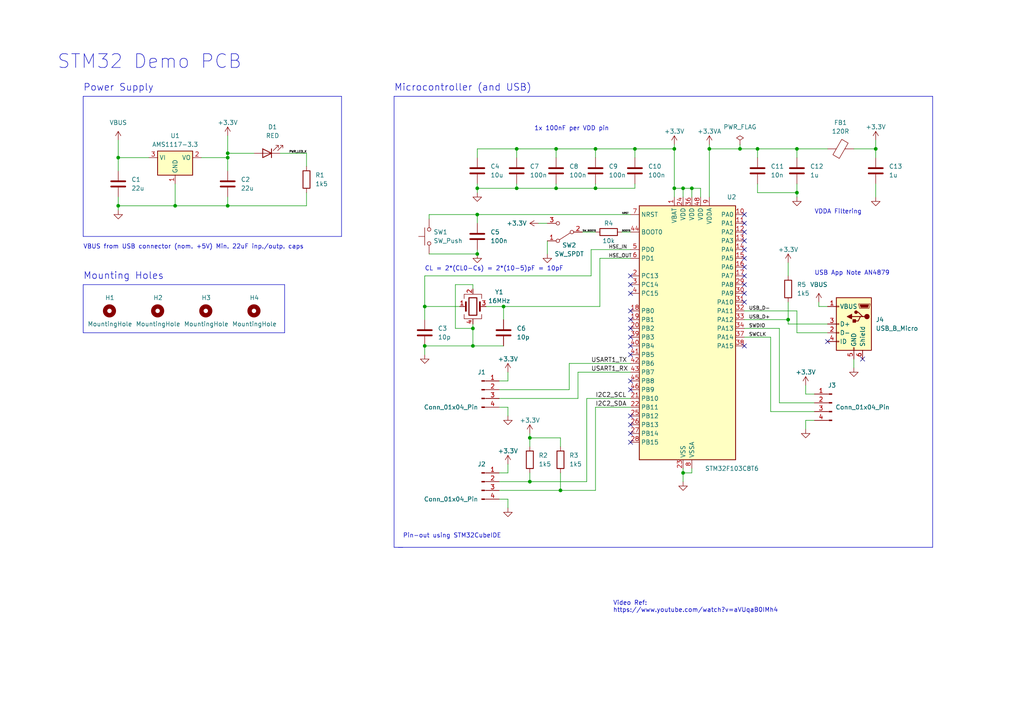
<source format=kicad_sch>
(kicad_sch (version 20230121) (generator eeschema)

  (uuid 5a024134-50ee-4ae1-9cad-e83c87a27a40)

  (paper "A4")

  (title_block
    (title "STM32F1 BREAKOUT")
    (date "2023-12-17")
    (rev "01")
    (company "Aaron Ardon")
  )

  (lib_symbols
    (symbol "Connector:Conn_01x04_Pin" (pin_names (offset 1.016) hide) (in_bom yes) (on_board yes)
      (property "Reference" "J" (at 0 5.08 0)
        (effects (font (size 1.27 1.27)))
      )
      (property "Value" "Conn_01x04_Pin" (at 0 -7.62 0)
        (effects (font (size 1.27 1.27)))
      )
      (property "Footprint" "" (at 0 0 0)
        (effects (font (size 1.27 1.27)) hide)
      )
      (property "Datasheet" "~" (at 0 0 0)
        (effects (font (size 1.27 1.27)) hide)
      )
      (property "ki_locked" "" (at 0 0 0)
        (effects (font (size 1.27 1.27)))
      )
      (property "ki_keywords" "connector" (at 0 0 0)
        (effects (font (size 1.27 1.27)) hide)
      )
      (property "ki_description" "Generic connector, single row, 01x04, script generated" (at 0 0 0)
        (effects (font (size 1.27 1.27)) hide)
      )
      (property "ki_fp_filters" "Connector*:*_1x??_*" (at 0 0 0)
        (effects (font (size 1.27 1.27)) hide)
      )
      (symbol "Conn_01x04_Pin_1_1"
        (polyline
          (pts
            (xy 1.27 -5.08)
            (xy 0.8636 -5.08)
          )
          (stroke (width 0.1524) (type default))
          (fill (type none))
        )
        (polyline
          (pts
            (xy 1.27 -2.54)
            (xy 0.8636 -2.54)
          )
          (stroke (width 0.1524) (type default))
          (fill (type none))
        )
        (polyline
          (pts
            (xy 1.27 0)
            (xy 0.8636 0)
          )
          (stroke (width 0.1524) (type default))
          (fill (type none))
        )
        (polyline
          (pts
            (xy 1.27 2.54)
            (xy 0.8636 2.54)
          )
          (stroke (width 0.1524) (type default))
          (fill (type none))
        )
        (rectangle (start 0.8636 -4.953) (end 0 -5.207)
          (stroke (width 0.1524) (type default))
          (fill (type outline))
        )
        (rectangle (start 0.8636 -2.413) (end 0 -2.667)
          (stroke (width 0.1524) (type default))
          (fill (type outline))
        )
        (rectangle (start 0.8636 0.127) (end 0 -0.127)
          (stroke (width 0.1524) (type default))
          (fill (type outline))
        )
        (rectangle (start 0.8636 2.667) (end 0 2.413)
          (stroke (width 0.1524) (type default))
          (fill (type outline))
        )
        (pin passive line (at 5.08 2.54 180) (length 3.81)
          (name "Pin_1" (effects (font (size 1.27 1.27))))
          (number "1" (effects (font (size 1.27 1.27))))
        )
        (pin passive line (at 5.08 0 180) (length 3.81)
          (name "Pin_2" (effects (font (size 1.27 1.27))))
          (number "2" (effects (font (size 1.27 1.27))))
        )
        (pin passive line (at 5.08 -2.54 180) (length 3.81)
          (name "Pin_3" (effects (font (size 1.27 1.27))))
          (number "3" (effects (font (size 1.27 1.27))))
        )
        (pin passive line (at 5.08 -5.08 180) (length 3.81)
          (name "Pin_4" (effects (font (size 1.27 1.27))))
          (number "4" (effects (font (size 1.27 1.27))))
        )
      )
    )
    (symbol "Connector:USB_B_Micro" (pin_names (offset 1.016)) (in_bom yes) (on_board yes)
      (property "Reference" "J" (at -5.08 11.43 0)
        (effects (font (size 1.27 1.27)) (justify left))
      )
      (property "Value" "USB_B_Micro" (at -5.08 8.89 0)
        (effects (font (size 1.27 1.27)) (justify left))
      )
      (property "Footprint" "" (at 3.81 -1.27 0)
        (effects (font (size 1.27 1.27)) hide)
      )
      (property "Datasheet" "~" (at 3.81 -1.27 0)
        (effects (font (size 1.27 1.27)) hide)
      )
      (property "ki_keywords" "connector USB micro" (at 0 0 0)
        (effects (font (size 1.27 1.27)) hide)
      )
      (property "ki_description" "USB Micro Type B connector" (at 0 0 0)
        (effects (font (size 1.27 1.27)) hide)
      )
      (property "ki_fp_filters" "USB*" (at 0 0 0)
        (effects (font (size 1.27 1.27)) hide)
      )
      (symbol "USB_B_Micro_0_1"
        (rectangle (start -5.08 -7.62) (end 5.08 7.62)
          (stroke (width 0.254) (type default))
          (fill (type background))
        )
        (circle (center -3.81 2.159) (radius 0.635)
          (stroke (width 0.254) (type default))
          (fill (type outline))
        )
        (circle (center -0.635 3.429) (radius 0.381)
          (stroke (width 0.254) (type default))
          (fill (type outline))
        )
        (rectangle (start -0.127 -7.62) (end 0.127 -6.858)
          (stroke (width 0) (type default))
          (fill (type none))
        )
        (polyline
          (pts
            (xy -1.905 2.159)
            (xy 0.635 2.159)
          )
          (stroke (width 0.254) (type default))
          (fill (type none))
        )
        (polyline
          (pts
            (xy -3.175 2.159)
            (xy -2.54 2.159)
            (xy -1.27 3.429)
            (xy -0.635 3.429)
          )
          (stroke (width 0.254) (type default))
          (fill (type none))
        )
        (polyline
          (pts
            (xy -2.54 2.159)
            (xy -1.905 2.159)
            (xy -1.27 0.889)
            (xy 0 0.889)
          )
          (stroke (width 0.254) (type default))
          (fill (type none))
        )
        (polyline
          (pts
            (xy 0.635 2.794)
            (xy 0.635 1.524)
            (xy 1.905 2.159)
            (xy 0.635 2.794)
          )
          (stroke (width 0.254) (type default))
          (fill (type outline))
        )
        (polyline
          (pts
            (xy -4.318 5.588)
            (xy -1.778 5.588)
            (xy -2.032 4.826)
            (xy -4.064 4.826)
            (xy -4.318 5.588)
          )
          (stroke (width 0) (type default))
          (fill (type outline))
        )
        (polyline
          (pts
            (xy -4.699 5.842)
            (xy -4.699 5.588)
            (xy -4.445 4.826)
            (xy -4.445 4.572)
            (xy -1.651 4.572)
            (xy -1.651 4.826)
            (xy -1.397 5.588)
            (xy -1.397 5.842)
            (xy -4.699 5.842)
          )
          (stroke (width 0) (type default))
          (fill (type none))
        )
        (rectangle (start 0.254 1.27) (end -0.508 0.508)
          (stroke (width 0.254) (type default))
          (fill (type outline))
        )
        (rectangle (start 5.08 -5.207) (end 4.318 -4.953)
          (stroke (width 0) (type default))
          (fill (type none))
        )
        (rectangle (start 5.08 -2.667) (end 4.318 -2.413)
          (stroke (width 0) (type default))
          (fill (type none))
        )
        (rectangle (start 5.08 -0.127) (end 4.318 0.127)
          (stroke (width 0) (type default))
          (fill (type none))
        )
        (rectangle (start 5.08 4.953) (end 4.318 5.207)
          (stroke (width 0) (type default))
          (fill (type none))
        )
      )
      (symbol "USB_B_Micro_1_1"
        (pin power_out line (at 7.62 5.08 180) (length 2.54)
          (name "VBUS" (effects (font (size 1.27 1.27))))
          (number "1" (effects (font (size 1.27 1.27))))
        )
        (pin bidirectional line (at 7.62 -2.54 180) (length 2.54)
          (name "D-" (effects (font (size 1.27 1.27))))
          (number "2" (effects (font (size 1.27 1.27))))
        )
        (pin bidirectional line (at 7.62 0 180) (length 2.54)
          (name "D+" (effects (font (size 1.27 1.27))))
          (number "3" (effects (font (size 1.27 1.27))))
        )
        (pin passive line (at 7.62 -5.08 180) (length 2.54)
          (name "ID" (effects (font (size 1.27 1.27))))
          (number "4" (effects (font (size 1.27 1.27))))
        )
        (pin power_out line (at 0 -10.16 90) (length 2.54)
          (name "GND" (effects (font (size 1.27 1.27))))
          (number "5" (effects (font (size 1.27 1.27))))
        )
        (pin passive line (at -2.54 -10.16 90) (length 2.54)
          (name "Shield" (effects (font (size 1.27 1.27))))
          (number "6" (effects (font (size 1.27 1.27))))
        )
      )
    )
    (symbol "Device:C" (pin_numbers hide) (pin_names (offset 0.254)) (in_bom yes) (on_board yes)
      (property "Reference" "C" (at 0.635 2.54 0)
        (effects (font (size 1.27 1.27)) (justify left))
      )
      (property "Value" "C" (at 0.635 -2.54 0)
        (effects (font (size 1.27 1.27)) (justify left))
      )
      (property "Footprint" "" (at 0.9652 -3.81 0)
        (effects (font (size 1.27 1.27)) hide)
      )
      (property "Datasheet" "~" (at 0 0 0)
        (effects (font (size 1.27 1.27)) hide)
      )
      (property "ki_keywords" "cap capacitor" (at 0 0 0)
        (effects (font (size 1.27 1.27)) hide)
      )
      (property "ki_description" "Unpolarized capacitor" (at 0 0 0)
        (effects (font (size 1.27 1.27)) hide)
      )
      (property "ki_fp_filters" "C_*" (at 0 0 0)
        (effects (font (size 1.27 1.27)) hide)
      )
      (symbol "C_0_1"
        (polyline
          (pts
            (xy -2.032 -0.762)
            (xy 2.032 -0.762)
          )
          (stroke (width 0.508) (type default))
          (fill (type none))
        )
        (polyline
          (pts
            (xy -2.032 0.762)
            (xy 2.032 0.762)
          )
          (stroke (width 0.508) (type default))
          (fill (type none))
        )
      )
      (symbol "C_1_1"
        (pin passive line (at 0 3.81 270) (length 2.794)
          (name "~" (effects (font (size 1.27 1.27))))
          (number "1" (effects (font (size 1.27 1.27))))
        )
        (pin passive line (at 0 -3.81 90) (length 2.794)
          (name "~" (effects (font (size 1.27 1.27))))
          (number "2" (effects (font (size 1.27 1.27))))
        )
      )
    )
    (symbol "Device:Crystal_GND24" (pin_names (offset 1.016) hide) (in_bom yes) (on_board yes)
      (property "Reference" "Y" (at 3.175 5.08 0)
        (effects (font (size 1.27 1.27)) (justify left))
      )
      (property "Value" "Crystal_GND24" (at 3.175 3.175 0)
        (effects (font (size 1.27 1.27)) (justify left))
      )
      (property "Footprint" "" (at 0 0 0)
        (effects (font (size 1.27 1.27)) hide)
      )
      (property "Datasheet" "~" (at 0 0 0)
        (effects (font (size 1.27 1.27)) hide)
      )
      (property "ki_keywords" "quartz ceramic resonator oscillator" (at 0 0 0)
        (effects (font (size 1.27 1.27)) hide)
      )
      (property "ki_description" "Four pin crystal, GND on pins 2 and 4" (at 0 0 0)
        (effects (font (size 1.27 1.27)) hide)
      )
      (property "ki_fp_filters" "Crystal*" (at 0 0 0)
        (effects (font (size 1.27 1.27)) hide)
      )
      (symbol "Crystal_GND24_0_1"
        (rectangle (start -1.143 2.54) (end 1.143 -2.54)
          (stroke (width 0.3048) (type default))
          (fill (type none))
        )
        (polyline
          (pts
            (xy -2.54 0)
            (xy -2.032 0)
          )
          (stroke (width 0) (type default))
          (fill (type none))
        )
        (polyline
          (pts
            (xy -2.032 -1.27)
            (xy -2.032 1.27)
          )
          (stroke (width 0.508) (type default))
          (fill (type none))
        )
        (polyline
          (pts
            (xy 0 -3.81)
            (xy 0 -3.556)
          )
          (stroke (width 0) (type default))
          (fill (type none))
        )
        (polyline
          (pts
            (xy 0 3.556)
            (xy 0 3.81)
          )
          (stroke (width 0) (type default))
          (fill (type none))
        )
        (polyline
          (pts
            (xy 2.032 -1.27)
            (xy 2.032 1.27)
          )
          (stroke (width 0.508) (type default))
          (fill (type none))
        )
        (polyline
          (pts
            (xy 2.032 0)
            (xy 2.54 0)
          )
          (stroke (width 0) (type default))
          (fill (type none))
        )
        (polyline
          (pts
            (xy -2.54 -2.286)
            (xy -2.54 -3.556)
            (xy 2.54 -3.556)
            (xy 2.54 -2.286)
          )
          (stroke (width 0) (type default))
          (fill (type none))
        )
        (polyline
          (pts
            (xy -2.54 2.286)
            (xy -2.54 3.556)
            (xy 2.54 3.556)
            (xy 2.54 2.286)
          )
          (stroke (width 0) (type default))
          (fill (type none))
        )
      )
      (symbol "Crystal_GND24_1_1"
        (pin passive line (at -3.81 0 0) (length 1.27)
          (name "1" (effects (font (size 1.27 1.27))))
          (number "1" (effects (font (size 1.27 1.27))))
        )
        (pin passive line (at 0 5.08 270) (length 1.27)
          (name "2" (effects (font (size 1.27 1.27))))
          (number "2" (effects (font (size 1.27 1.27))))
        )
        (pin passive line (at 3.81 0 180) (length 1.27)
          (name "3" (effects (font (size 1.27 1.27))))
          (number "3" (effects (font (size 1.27 1.27))))
        )
        (pin passive line (at 0 -5.08 90) (length 1.27)
          (name "4" (effects (font (size 1.27 1.27))))
          (number "4" (effects (font (size 1.27 1.27))))
        )
      )
    )
    (symbol "Device:FerriteBead" (pin_numbers hide) (pin_names (offset 0)) (in_bom yes) (on_board yes)
      (property "Reference" "FB" (at -3.81 0.635 90)
        (effects (font (size 1.27 1.27)))
      )
      (property "Value" "FerriteBead" (at 3.81 0 90)
        (effects (font (size 1.27 1.27)))
      )
      (property "Footprint" "" (at -1.778 0 90)
        (effects (font (size 1.27 1.27)) hide)
      )
      (property "Datasheet" "~" (at 0 0 0)
        (effects (font (size 1.27 1.27)) hide)
      )
      (property "ki_keywords" "L ferrite bead inductor filter" (at 0 0 0)
        (effects (font (size 1.27 1.27)) hide)
      )
      (property "ki_description" "Ferrite bead" (at 0 0 0)
        (effects (font (size 1.27 1.27)) hide)
      )
      (property "ki_fp_filters" "Inductor_* L_* *Ferrite*" (at 0 0 0)
        (effects (font (size 1.27 1.27)) hide)
      )
      (symbol "FerriteBead_0_1"
        (polyline
          (pts
            (xy 0 -1.27)
            (xy 0 -1.2192)
          )
          (stroke (width 0) (type default))
          (fill (type none))
        )
        (polyline
          (pts
            (xy 0 1.27)
            (xy 0 1.2954)
          )
          (stroke (width 0) (type default))
          (fill (type none))
        )
        (polyline
          (pts
            (xy -2.7686 0.4064)
            (xy -1.7018 2.2606)
            (xy 2.7686 -0.3048)
            (xy 1.6764 -2.159)
            (xy -2.7686 0.4064)
          )
          (stroke (width 0) (type default))
          (fill (type none))
        )
      )
      (symbol "FerriteBead_1_1"
        (pin passive line (at 0 3.81 270) (length 2.54)
          (name "~" (effects (font (size 1.27 1.27))))
          (number "1" (effects (font (size 1.27 1.27))))
        )
        (pin passive line (at 0 -3.81 90) (length 2.54)
          (name "~" (effects (font (size 1.27 1.27))))
          (number "2" (effects (font (size 1.27 1.27))))
        )
      )
    )
    (symbol "Device:LED" (pin_numbers hide) (pin_names (offset 1.016) hide) (in_bom yes) (on_board yes)
      (property "Reference" "D" (at 0 2.54 0)
        (effects (font (size 1.27 1.27)))
      )
      (property "Value" "LED" (at 0 -2.54 0)
        (effects (font (size 1.27 1.27)))
      )
      (property "Footprint" "" (at 0 0 0)
        (effects (font (size 1.27 1.27)) hide)
      )
      (property "Datasheet" "~" (at 0 0 0)
        (effects (font (size 1.27 1.27)) hide)
      )
      (property "ki_keywords" "LED diode" (at 0 0 0)
        (effects (font (size 1.27 1.27)) hide)
      )
      (property "ki_description" "Light emitting diode" (at 0 0 0)
        (effects (font (size 1.27 1.27)) hide)
      )
      (property "ki_fp_filters" "LED* LED_SMD:* LED_THT:*" (at 0 0 0)
        (effects (font (size 1.27 1.27)) hide)
      )
      (symbol "LED_0_1"
        (polyline
          (pts
            (xy -1.27 -1.27)
            (xy -1.27 1.27)
          )
          (stroke (width 0.254) (type default))
          (fill (type none))
        )
        (polyline
          (pts
            (xy -1.27 0)
            (xy 1.27 0)
          )
          (stroke (width 0) (type default))
          (fill (type none))
        )
        (polyline
          (pts
            (xy 1.27 -1.27)
            (xy 1.27 1.27)
            (xy -1.27 0)
            (xy 1.27 -1.27)
          )
          (stroke (width 0.254) (type default))
          (fill (type none))
        )
        (polyline
          (pts
            (xy -3.048 -0.762)
            (xy -4.572 -2.286)
            (xy -3.81 -2.286)
            (xy -4.572 -2.286)
            (xy -4.572 -1.524)
          )
          (stroke (width 0) (type default))
          (fill (type none))
        )
        (polyline
          (pts
            (xy -1.778 -0.762)
            (xy -3.302 -2.286)
            (xy -2.54 -2.286)
            (xy -3.302 -2.286)
            (xy -3.302 -1.524)
          )
          (stroke (width 0) (type default))
          (fill (type none))
        )
      )
      (symbol "LED_1_1"
        (pin passive line (at -3.81 0 0) (length 2.54)
          (name "K" (effects (font (size 1.27 1.27))))
          (number "1" (effects (font (size 1.27 1.27))))
        )
        (pin passive line (at 3.81 0 180) (length 2.54)
          (name "A" (effects (font (size 1.27 1.27))))
          (number "2" (effects (font (size 1.27 1.27))))
        )
      )
    )
    (symbol "Device:R" (pin_numbers hide) (pin_names (offset 0)) (in_bom yes) (on_board yes)
      (property "Reference" "R" (at 2.032 0 90)
        (effects (font (size 1.27 1.27)))
      )
      (property "Value" "R" (at 0 0 90)
        (effects (font (size 1.27 1.27)))
      )
      (property "Footprint" "" (at -1.778 0 90)
        (effects (font (size 1.27 1.27)) hide)
      )
      (property "Datasheet" "~" (at 0 0 0)
        (effects (font (size 1.27 1.27)) hide)
      )
      (property "ki_keywords" "R res resistor" (at 0 0 0)
        (effects (font (size 1.27 1.27)) hide)
      )
      (property "ki_description" "Resistor" (at 0 0 0)
        (effects (font (size 1.27 1.27)) hide)
      )
      (property "ki_fp_filters" "R_*" (at 0 0 0)
        (effects (font (size 1.27 1.27)) hide)
      )
      (symbol "R_0_1"
        (rectangle (start -1.016 -2.54) (end 1.016 2.54)
          (stroke (width 0.254) (type default))
          (fill (type none))
        )
      )
      (symbol "R_1_1"
        (pin passive line (at 0 3.81 270) (length 1.27)
          (name "~" (effects (font (size 1.27 1.27))))
          (number "1" (effects (font (size 1.27 1.27))))
        )
        (pin passive line (at 0 -3.81 90) (length 1.27)
          (name "~" (effects (font (size 1.27 1.27))))
          (number "2" (effects (font (size 1.27 1.27))))
        )
      )
    )
    (symbol "MCU_ST_STM32F1:STM32F103C8Tx" (in_bom yes) (on_board yes)
      (property "Reference" "U" (at -12.7 39.37 0)
        (effects (font (size 1.27 1.27)) (justify left))
      )
      (property "Value" "STM32F103C8Tx" (at 10.16 39.37 0)
        (effects (font (size 1.27 1.27)) (justify left))
      )
      (property "Footprint" "Package_QFP:LQFP-48_7x7mm_P0.5mm" (at -12.7 -35.56 0)
        (effects (font (size 1.27 1.27)) (justify right) hide)
      )
      (property "Datasheet" "https://www.st.com/resource/en/datasheet/stm32f103c8.pdf" (at 0 0 0)
        (effects (font (size 1.27 1.27)) hide)
      )
      (property "ki_locked" "" (at 0 0 0)
        (effects (font (size 1.27 1.27)))
      )
      (property "ki_keywords" "Arm Cortex-M3 STM32F1 STM32F103" (at 0 0 0)
        (effects (font (size 1.27 1.27)) hide)
      )
      (property "ki_description" "STMicroelectronics Arm Cortex-M3 MCU, 64KB flash, 20KB RAM, 72 MHz, 2.0-3.6V, 37 GPIO, LQFP48" (at 0 0 0)
        (effects (font (size 1.27 1.27)) hide)
      )
      (property "ki_fp_filters" "LQFP*7x7mm*P0.5mm*" (at 0 0 0)
        (effects (font (size 1.27 1.27)) hide)
      )
      (symbol "STM32F103C8Tx_0_1"
        (rectangle (start -12.7 -35.56) (end 15.24 38.1)
          (stroke (width 0.254) (type default))
          (fill (type background))
        )
      )
      (symbol "STM32F103C8Tx_1_1"
        (pin power_in line (at -2.54 40.64 270) (length 2.54)
          (name "VBAT" (effects (font (size 1.27 1.27))))
          (number "1" (effects (font (size 1.27 1.27))))
        )
        (pin bidirectional line (at 17.78 35.56 180) (length 2.54)
          (name "PA0" (effects (font (size 1.27 1.27))))
          (number "10" (effects (font (size 1.27 1.27))))
          (alternate "ADC1_IN0" bidirectional line)
          (alternate "ADC2_IN0" bidirectional line)
          (alternate "SYS_WKUP" bidirectional line)
          (alternate "TIM2_CH1" bidirectional line)
          (alternate "TIM2_ETR" bidirectional line)
          (alternate "USART2_CTS" bidirectional line)
        )
        (pin bidirectional line (at 17.78 33.02 180) (length 2.54)
          (name "PA1" (effects (font (size 1.27 1.27))))
          (number "11" (effects (font (size 1.27 1.27))))
          (alternate "ADC1_IN1" bidirectional line)
          (alternate "ADC2_IN1" bidirectional line)
          (alternate "TIM2_CH2" bidirectional line)
          (alternate "USART2_RTS" bidirectional line)
        )
        (pin bidirectional line (at 17.78 30.48 180) (length 2.54)
          (name "PA2" (effects (font (size 1.27 1.27))))
          (number "12" (effects (font (size 1.27 1.27))))
          (alternate "ADC1_IN2" bidirectional line)
          (alternate "ADC2_IN2" bidirectional line)
          (alternate "TIM2_CH3" bidirectional line)
          (alternate "USART2_TX" bidirectional line)
        )
        (pin bidirectional line (at 17.78 27.94 180) (length 2.54)
          (name "PA3" (effects (font (size 1.27 1.27))))
          (number "13" (effects (font (size 1.27 1.27))))
          (alternate "ADC1_IN3" bidirectional line)
          (alternate "ADC2_IN3" bidirectional line)
          (alternate "TIM2_CH4" bidirectional line)
          (alternate "USART2_RX" bidirectional line)
        )
        (pin bidirectional line (at 17.78 25.4 180) (length 2.54)
          (name "PA4" (effects (font (size 1.27 1.27))))
          (number "14" (effects (font (size 1.27 1.27))))
          (alternate "ADC1_IN4" bidirectional line)
          (alternate "ADC2_IN4" bidirectional line)
          (alternate "SPI1_NSS" bidirectional line)
          (alternate "USART2_CK" bidirectional line)
        )
        (pin bidirectional line (at 17.78 22.86 180) (length 2.54)
          (name "PA5" (effects (font (size 1.27 1.27))))
          (number "15" (effects (font (size 1.27 1.27))))
          (alternate "ADC1_IN5" bidirectional line)
          (alternate "ADC2_IN5" bidirectional line)
          (alternate "SPI1_SCK" bidirectional line)
        )
        (pin bidirectional line (at 17.78 20.32 180) (length 2.54)
          (name "PA6" (effects (font (size 1.27 1.27))))
          (number "16" (effects (font (size 1.27 1.27))))
          (alternate "ADC1_IN6" bidirectional line)
          (alternate "ADC2_IN6" bidirectional line)
          (alternate "SPI1_MISO" bidirectional line)
          (alternate "TIM1_BKIN" bidirectional line)
          (alternate "TIM3_CH1" bidirectional line)
        )
        (pin bidirectional line (at 17.78 17.78 180) (length 2.54)
          (name "PA7" (effects (font (size 1.27 1.27))))
          (number "17" (effects (font (size 1.27 1.27))))
          (alternate "ADC1_IN7" bidirectional line)
          (alternate "ADC2_IN7" bidirectional line)
          (alternate "SPI1_MOSI" bidirectional line)
          (alternate "TIM1_CH1N" bidirectional line)
          (alternate "TIM3_CH2" bidirectional line)
        )
        (pin bidirectional line (at -15.24 7.62 0) (length 2.54)
          (name "PB0" (effects (font (size 1.27 1.27))))
          (number "18" (effects (font (size 1.27 1.27))))
          (alternate "ADC1_IN8" bidirectional line)
          (alternate "ADC2_IN8" bidirectional line)
          (alternate "TIM1_CH2N" bidirectional line)
          (alternate "TIM3_CH3" bidirectional line)
        )
        (pin bidirectional line (at -15.24 5.08 0) (length 2.54)
          (name "PB1" (effects (font (size 1.27 1.27))))
          (number "19" (effects (font (size 1.27 1.27))))
          (alternate "ADC1_IN9" bidirectional line)
          (alternate "ADC2_IN9" bidirectional line)
          (alternate "TIM1_CH3N" bidirectional line)
          (alternate "TIM3_CH4" bidirectional line)
        )
        (pin bidirectional line (at -15.24 17.78 0) (length 2.54)
          (name "PC13" (effects (font (size 1.27 1.27))))
          (number "2" (effects (font (size 1.27 1.27))))
          (alternate "RTC_OUT" bidirectional line)
          (alternate "RTC_TAMPER" bidirectional line)
        )
        (pin bidirectional line (at -15.24 2.54 0) (length 2.54)
          (name "PB2" (effects (font (size 1.27 1.27))))
          (number "20" (effects (font (size 1.27 1.27))))
        )
        (pin bidirectional line (at -15.24 -17.78 0) (length 2.54)
          (name "PB10" (effects (font (size 1.27 1.27))))
          (number "21" (effects (font (size 1.27 1.27))))
          (alternate "I2C2_SCL" bidirectional line)
          (alternate "TIM2_CH3" bidirectional line)
          (alternate "USART3_TX" bidirectional line)
        )
        (pin bidirectional line (at -15.24 -20.32 0) (length 2.54)
          (name "PB11" (effects (font (size 1.27 1.27))))
          (number "22" (effects (font (size 1.27 1.27))))
          (alternate "ADC1_EXTI11" bidirectional line)
          (alternate "ADC2_EXTI11" bidirectional line)
          (alternate "I2C2_SDA" bidirectional line)
          (alternate "TIM2_CH4" bidirectional line)
          (alternate "USART3_RX" bidirectional line)
        )
        (pin power_in line (at 0 -38.1 90) (length 2.54)
          (name "VSS" (effects (font (size 1.27 1.27))))
          (number "23" (effects (font (size 1.27 1.27))))
        )
        (pin power_in line (at 0 40.64 270) (length 2.54)
          (name "VDD" (effects (font (size 1.27 1.27))))
          (number "24" (effects (font (size 1.27 1.27))))
        )
        (pin bidirectional line (at -15.24 -22.86 0) (length 2.54)
          (name "PB12" (effects (font (size 1.27 1.27))))
          (number "25" (effects (font (size 1.27 1.27))))
          (alternate "I2C2_SMBA" bidirectional line)
          (alternate "SPI2_NSS" bidirectional line)
          (alternate "TIM1_BKIN" bidirectional line)
          (alternate "USART3_CK" bidirectional line)
        )
        (pin bidirectional line (at -15.24 -25.4 0) (length 2.54)
          (name "PB13" (effects (font (size 1.27 1.27))))
          (number "26" (effects (font (size 1.27 1.27))))
          (alternate "SPI2_SCK" bidirectional line)
          (alternate "TIM1_CH1N" bidirectional line)
          (alternate "USART3_CTS" bidirectional line)
        )
        (pin bidirectional line (at -15.24 -27.94 0) (length 2.54)
          (name "PB14" (effects (font (size 1.27 1.27))))
          (number "27" (effects (font (size 1.27 1.27))))
          (alternate "SPI2_MISO" bidirectional line)
          (alternate "TIM1_CH2N" bidirectional line)
          (alternate "USART3_RTS" bidirectional line)
        )
        (pin bidirectional line (at -15.24 -30.48 0) (length 2.54)
          (name "PB15" (effects (font (size 1.27 1.27))))
          (number "28" (effects (font (size 1.27 1.27))))
          (alternate "ADC1_EXTI15" bidirectional line)
          (alternate "ADC2_EXTI15" bidirectional line)
          (alternate "SPI2_MOSI" bidirectional line)
          (alternate "TIM1_CH3N" bidirectional line)
        )
        (pin bidirectional line (at 17.78 15.24 180) (length 2.54)
          (name "PA8" (effects (font (size 1.27 1.27))))
          (number "29" (effects (font (size 1.27 1.27))))
          (alternate "RCC_MCO" bidirectional line)
          (alternate "TIM1_CH1" bidirectional line)
          (alternate "USART1_CK" bidirectional line)
        )
        (pin bidirectional line (at -15.24 15.24 0) (length 2.54)
          (name "PC14" (effects (font (size 1.27 1.27))))
          (number "3" (effects (font (size 1.27 1.27))))
          (alternate "RCC_OSC32_IN" bidirectional line)
        )
        (pin bidirectional line (at 17.78 12.7 180) (length 2.54)
          (name "PA9" (effects (font (size 1.27 1.27))))
          (number "30" (effects (font (size 1.27 1.27))))
          (alternate "TIM1_CH2" bidirectional line)
          (alternate "USART1_TX" bidirectional line)
        )
        (pin bidirectional line (at 17.78 10.16 180) (length 2.54)
          (name "PA10" (effects (font (size 1.27 1.27))))
          (number "31" (effects (font (size 1.27 1.27))))
          (alternate "TIM1_CH3" bidirectional line)
          (alternate "USART1_RX" bidirectional line)
        )
        (pin bidirectional line (at 17.78 7.62 180) (length 2.54)
          (name "PA11" (effects (font (size 1.27 1.27))))
          (number "32" (effects (font (size 1.27 1.27))))
          (alternate "ADC1_EXTI11" bidirectional line)
          (alternate "ADC2_EXTI11" bidirectional line)
          (alternate "CAN_RX" bidirectional line)
          (alternate "TIM1_CH4" bidirectional line)
          (alternate "USART1_CTS" bidirectional line)
          (alternate "USB_DM" bidirectional line)
        )
        (pin bidirectional line (at 17.78 5.08 180) (length 2.54)
          (name "PA12" (effects (font (size 1.27 1.27))))
          (number "33" (effects (font (size 1.27 1.27))))
          (alternate "CAN_TX" bidirectional line)
          (alternate "TIM1_ETR" bidirectional line)
          (alternate "USART1_RTS" bidirectional line)
          (alternate "USB_DP" bidirectional line)
        )
        (pin bidirectional line (at 17.78 2.54 180) (length 2.54)
          (name "PA13" (effects (font (size 1.27 1.27))))
          (number "34" (effects (font (size 1.27 1.27))))
          (alternate "SYS_JTMS-SWDIO" bidirectional line)
        )
        (pin passive line (at 0 -38.1 90) (length 2.54) hide
          (name "VSS" (effects (font (size 1.27 1.27))))
          (number "35" (effects (font (size 1.27 1.27))))
        )
        (pin power_in line (at 2.54 40.64 270) (length 2.54)
          (name "VDD" (effects (font (size 1.27 1.27))))
          (number "36" (effects (font (size 1.27 1.27))))
        )
        (pin bidirectional line (at 17.78 0 180) (length 2.54)
          (name "PA14" (effects (font (size 1.27 1.27))))
          (number "37" (effects (font (size 1.27 1.27))))
          (alternate "SYS_JTCK-SWCLK" bidirectional line)
        )
        (pin bidirectional line (at 17.78 -2.54 180) (length 2.54)
          (name "PA15" (effects (font (size 1.27 1.27))))
          (number "38" (effects (font (size 1.27 1.27))))
          (alternate "ADC1_EXTI15" bidirectional line)
          (alternate "ADC2_EXTI15" bidirectional line)
          (alternate "SPI1_NSS" bidirectional line)
          (alternate "SYS_JTDI" bidirectional line)
          (alternate "TIM2_CH1" bidirectional line)
          (alternate "TIM2_ETR" bidirectional line)
        )
        (pin bidirectional line (at -15.24 0 0) (length 2.54)
          (name "PB3" (effects (font (size 1.27 1.27))))
          (number "39" (effects (font (size 1.27 1.27))))
          (alternate "SPI1_SCK" bidirectional line)
          (alternate "SYS_JTDO-TRACESWO" bidirectional line)
          (alternate "TIM2_CH2" bidirectional line)
        )
        (pin bidirectional line (at -15.24 12.7 0) (length 2.54)
          (name "PC15" (effects (font (size 1.27 1.27))))
          (number "4" (effects (font (size 1.27 1.27))))
          (alternate "ADC1_EXTI15" bidirectional line)
          (alternate "ADC2_EXTI15" bidirectional line)
          (alternate "RCC_OSC32_OUT" bidirectional line)
        )
        (pin bidirectional line (at -15.24 -2.54 0) (length 2.54)
          (name "PB4" (effects (font (size 1.27 1.27))))
          (number "40" (effects (font (size 1.27 1.27))))
          (alternate "SPI1_MISO" bidirectional line)
          (alternate "SYS_NJTRST" bidirectional line)
          (alternate "TIM3_CH1" bidirectional line)
        )
        (pin bidirectional line (at -15.24 -5.08 0) (length 2.54)
          (name "PB5" (effects (font (size 1.27 1.27))))
          (number "41" (effects (font (size 1.27 1.27))))
          (alternate "I2C1_SMBA" bidirectional line)
          (alternate "SPI1_MOSI" bidirectional line)
          (alternate "TIM3_CH2" bidirectional line)
        )
        (pin bidirectional line (at -15.24 -7.62 0) (length 2.54)
          (name "PB6" (effects (font (size 1.27 1.27))))
          (number "42" (effects (font (size 1.27 1.27))))
          (alternate "I2C1_SCL" bidirectional line)
          (alternate "TIM4_CH1" bidirectional line)
          (alternate "USART1_TX" bidirectional line)
        )
        (pin bidirectional line (at -15.24 -10.16 0) (length 2.54)
          (name "PB7" (effects (font (size 1.27 1.27))))
          (number "43" (effects (font (size 1.27 1.27))))
          (alternate "I2C1_SDA" bidirectional line)
          (alternate "TIM4_CH2" bidirectional line)
          (alternate "USART1_RX" bidirectional line)
        )
        (pin input line (at -15.24 30.48 0) (length 2.54)
          (name "BOOT0" (effects (font (size 1.27 1.27))))
          (number "44" (effects (font (size 1.27 1.27))))
        )
        (pin bidirectional line (at -15.24 -12.7 0) (length 2.54)
          (name "PB8" (effects (font (size 1.27 1.27))))
          (number "45" (effects (font (size 1.27 1.27))))
          (alternate "CAN_RX" bidirectional line)
          (alternate "I2C1_SCL" bidirectional line)
          (alternate "TIM4_CH3" bidirectional line)
        )
        (pin bidirectional line (at -15.24 -15.24 0) (length 2.54)
          (name "PB9" (effects (font (size 1.27 1.27))))
          (number "46" (effects (font (size 1.27 1.27))))
          (alternate "CAN_TX" bidirectional line)
          (alternate "I2C1_SDA" bidirectional line)
          (alternate "TIM4_CH4" bidirectional line)
        )
        (pin passive line (at 0 -38.1 90) (length 2.54) hide
          (name "VSS" (effects (font (size 1.27 1.27))))
          (number "47" (effects (font (size 1.27 1.27))))
        )
        (pin power_in line (at 5.08 40.64 270) (length 2.54)
          (name "VDD" (effects (font (size 1.27 1.27))))
          (number "48" (effects (font (size 1.27 1.27))))
        )
        (pin bidirectional line (at -15.24 25.4 0) (length 2.54)
          (name "PD0" (effects (font (size 1.27 1.27))))
          (number "5" (effects (font (size 1.27 1.27))))
          (alternate "RCC_OSC_IN" bidirectional line)
        )
        (pin bidirectional line (at -15.24 22.86 0) (length 2.54)
          (name "PD1" (effects (font (size 1.27 1.27))))
          (number "6" (effects (font (size 1.27 1.27))))
          (alternate "RCC_OSC_OUT" bidirectional line)
        )
        (pin input line (at -15.24 35.56 0) (length 2.54)
          (name "NRST" (effects (font (size 1.27 1.27))))
          (number "7" (effects (font (size 1.27 1.27))))
        )
        (pin power_in line (at 2.54 -38.1 90) (length 2.54)
          (name "VSSA" (effects (font (size 1.27 1.27))))
          (number "8" (effects (font (size 1.27 1.27))))
        )
        (pin power_in line (at 7.62 40.64 270) (length 2.54)
          (name "VDDA" (effects (font (size 1.27 1.27))))
          (number "9" (effects (font (size 1.27 1.27))))
        )
      )
    )
    (symbol "Mechanical:MountingHole" (pin_names (offset 1.016)) (in_bom yes) (on_board yes)
      (property "Reference" "H" (at 0 5.08 0)
        (effects (font (size 1.27 1.27)))
      )
      (property "Value" "MountingHole" (at 0 3.175 0)
        (effects (font (size 1.27 1.27)))
      )
      (property "Footprint" "" (at 0 0 0)
        (effects (font (size 1.27 1.27)) hide)
      )
      (property "Datasheet" "~" (at 0 0 0)
        (effects (font (size 1.27 1.27)) hide)
      )
      (property "ki_keywords" "mounting hole" (at 0 0 0)
        (effects (font (size 1.27 1.27)) hide)
      )
      (property "ki_description" "Mounting Hole without connection" (at 0 0 0)
        (effects (font (size 1.27 1.27)) hide)
      )
      (property "ki_fp_filters" "MountingHole*" (at 0 0 0)
        (effects (font (size 1.27 1.27)) hide)
      )
      (symbol "MountingHole_0_1"
        (circle (center 0 0) (radius 1.27)
          (stroke (width 1.27) (type default))
          (fill (type none))
        )
      )
    )
    (symbol "Regulator_Linear:AMS1117-3.3" (in_bom yes) (on_board yes)
      (property "Reference" "U" (at -3.81 3.175 0)
        (effects (font (size 1.27 1.27)))
      )
      (property "Value" "AMS1117-3.3" (at 0 3.175 0)
        (effects (font (size 1.27 1.27)) (justify left))
      )
      (property "Footprint" "Package_TO_SOT_SMD:SOT-223-3_TabPin2" (at 0 5.08 0)
        (effects (font (size 1.27 1.27)) hide)
      )
      (property "Datasheet" "http://www.advanced-monolithic.com/pdf/ds1117.pdf" (at 2.54 -6.35 0)
        (effects (font (size 1.27 1.27)) hide)
      )
      (property "ki_keywords" "linear regulator ldo fixed positive" (at 0 0 0)
        (effects (font (size 1.27 1.27)) hide)
      )
      (property "ki_description" "1A Low Dropout regulator, positive, 3.3V fixed output, SOT-223" (at 0 0 0)
        (effects (font (size 1.27 1.27)) hide)
      )
      (property "ki_fp_filters" "SOT?223*TabPin2*" (at 0 0 0)
        (effects (font (size 1.27 1.27)) hide)
      )
      (symbol "AMS1117-3.3_0_1"
        (rectangle (start -5.08 -5.08) (end 5.08 1.905)
          (stroke (width 0.254) (type default))
          (fill (type background))
        )
      )
      (symbol "AMS1117-3.3_1_1"
        (pin power_in line (at 0 -7.62 90) (length 2.54)
          (name "GND" (effects (font (size 1.27 1.27))))
          (number "1" (effects (font (size 1.27 1.27))))
        )
        (pin power_out line (at 7.62 0 180) (length 2.54)
          (name "VO" (effects (font (size 1.27 1.27))))
          (number "2" (effects (font (size 1.27 1.27))))
        )
        (pin power_in line (at -7.62 0 0) (length 2.54)
          (name "VI" (effects (font (size 1.27 1.27))))
          (number "3" (effects (font (size 1.27 1.27))))
        )
      )
    )
    (symbol "Switch:SW_Push" (pin_numbers hide) (pin_names (offset 1.016) hide) (in_bom yes) (on_board yes)
      (property "Reference" "SW" (at 1.27 2.54 0)
        (effects (font (size 1.27 1.27)) (justify left))
      )
      (property "Value" "SW_Push" (at 0 -1.524 0)
        (effects (font (size 1.27 1.27)))
      )
      (property "Footprint" "" (at 0 5.08 0)
        (effects (font (size 1.27 1.27)) hide)
      )
      (property "Datasheet" "~" (at 0 5.08 0)
        (effects (font (size 1.27 1.27)) hide)
      )
      (property "ki_keywords" "switch normally-open pushbutton push-button" (at 0 0 0)
        (effects (font (size 1.27 1.27)) hide)
      )
      (property "ki_description" "Push button switch, generic, two pins" (at 0 0 0)
        (effects (font (size 1.27 1.27)) hide)
      )
      (symbol "SW_Push_0_1"
        (circle (center -2.032 0) (radius 0.508)
          (stroke (width 0) (type default))
          (fill (type none))
        )
        (polyline
          (pts
            (xy 0 1.27)
            (xy 0 3.048)
          )
          (stroke (width 0) (type default))
          (fill (type none))
        )
        (polyline
          (pts
            (xy 2.54 1.27)
            (xy -2.54 1.27)
          )
          (stroke (width 0) (type default))
          (fill (type none))
        )
        (circle (center 2.032 0) (radius 0.508)
          (stroke (width 0) (type default))
          (fill (type none))
        )
        (pin passive line (at -5.08 0 0) (length 2.54)
          (name "1" (effects (font (size 1.27 1.27))))
          (number "1" (effects (font (size 1.27 1.27))))
        )
        (pin passive line (at 5.08 0 180) (length 2.54)
          (name "2" (effects (font (size 1.27 1.27))))
          (number "2" (effects (font (size 1.27 1.27))))
        )
      )
    )
    (symbol "Switch:SW_SPDT" (pin_names (offset 0) hide) (in_bom yes) (on_board yes)
      (property "Reference" "SW" (at 0 4.318 0)
        (effects (font (size 1.27 1.27)))
      )
      (property "Value" "SW_SPDT" (at 0 -5.08 0)
        (effects (font (size 1.27 1.27)))
      )
      (property "Footprint" "" (at 0 0 0)
        (effects (font (size 1.27 1.27)) hide)
      )
      (property "Datasheet" "~" (at 0 0 0)
        (effects (font (size 1.27 1.27)) hide)
      )
      (property "ki_keywords" "switch single-pole double-throw spdt ON-ON" (at 0 0 0)
        (effects (font (size 1.27 1.27)) hide)
      )
      (property "ki_description" "Switch, single pole double throw" (at 0 0 0)
        (effects (font (size 1.27 1.27)) hide)
      )
      (symbol "SW_SPDT_0_0"
        (circle (center -2.032 0) (radius 0.508)
          (stroke (width 0) (type default))
          (fill (type none))
        )
        (circle (center 2.032 -2.54) (radius 0.508)
          (stroke (width 0) (type default))
          (fill (type none))
        )
      )
      (symbol "SW_SPDT_0_1"
        (polyline
          (pts
            (xy -1.524 0.254)
            (xy 1.651 2.286)
          )
          (stroke (width 0) (type default))
          (fill (type none))
        )
        (circle (center 2.032 2.54) (radius 0.508)
          (stroke (width 0) (type default))
          (fill (type none))
        )
      )
      (symbol "SW_SPDT_1_1"
        (pin passive line (at 5.08 2.54 180) (length 2.54)
          (name "A" (effects (font (size 1.27 1.27))))
          (number "1" (effects (font (size 1.27 1.27))))
        )
        (pin passive line (at -5.08 0 0) (length 2.54)
          (name "B" (effects (font (size 1.27 1.27))))
          (number "2" (effects (font (size 1.27 1.27))))
        )
        (pin passive line (at 5.08 -2.54 180) (length 2.54)
          (name "C" (effects (font (size 1.27 1.27))))
          (number "3" (effects (font (size 1.27 1.27))))
        )
      )
    )
    (symbol "power:+3.3V" (power) (pin_names (offset 0)) (in_bom yes) (on_board yes)
      (property "Reference" "#PWR" (at 0 -3.81 0)
        (effects (font (size 1.27 1.27)) hide)
      )
      (property "Value" "+3.3V" (at 0 3.556 0)
        (effects (font (size 1.27 1.27)))
      )
      (property "Footprint" "" (at 0 0 0)
        (effects (font (size 1.27 1.27)) hide)
      )
      (property "Datasheet" "" (at 0 0 0)
        (effects (font (size 1.27 1.27)) hide)
      )
      (property "ki_keywords" "global power" (at 0 0 0)
        (effects (font (size 1.27 1.27)) hide)
      )
      (property "ki_description" "Power symbol creates a global label with name \"+3.3V\"" (at 0 0 0)
        (effects (font (size 1.27 1.27)) hide)
      )
      (symbol "+3.3V_0_1"
        (polyline
          (pts
            (xy -0.762 1.27)
            (xy 0 2.54)
          )
          (stroke (width 0) (type default))
          (fill (type none))
        )
        (polyline
          (pts
            (xy 0 0)
            (xy 0 2.54)
          )
          (stroke (width 0) (type default))
          (fill (type none))
        )
        (polyline
          (pts
            (xy 0 2.54)
            (xy 0.762 1.27)
          )
          (stroke (width 0) (type default))
          (fill (type none))
        )
      )
      (symbol "+3.3V_1_1"
        (pin power_in line (at 0 0 90) (length 0) hide
          (name "+3.3V" (effects (font (size 1.27 1.27))))
          (number "1" (effects (font (size 1.27 1.27))))
        )
      )
    )
    (symbol "power:+3.3VA" (power) (pin_names (offset 0)) (in_bom yes) (on_board yes)
      (property "Reference" "#PWR" (at 0 -3.81 0)
        (effects (font (size 1.27 1.27)) hide)
      )
      (property "Value" "+3.3VA" (at 0 3.556 0)
        (effects (font (size 1.27 1.27)))
      )
      (property "Footprint" "" (at 0 0 0)
        (effects (font (size 1.27 1.27)) hide)
      )
      (property "Datasheet" "" (at 0 0 0)
        (effects (font (size 1.27 1.27)) hide)
      )
      (property "ki_keywords" "global power" (at 0 0 0)
        (effects (font (size 1.27 1.27)) hide)
      )
      (property "ki_description" "Power symbol creates a global label with name \"+3.3VA\"" (at 0 0 0)
        (effects (font (size 1.27 1.27)) hide)
      )
      (symbol "+3.3VA_0_1"
        (polyline
          (pts
            (xy -0.762 1.27)
            (xy 0 2.54)
          )
          (stroke (width 0) (type default))
          (fill (type none))
        )
        (polyline
          (pts
            (xy 0 0)
            (xy 0 2.54)
          )
          (stroke (width 0) (type default))
          (fill (type none))
        )
        (polyline
          (pts
            (xy 0 2.54)
            (xy 0.762 1.27)
          )
          (stroke (width 0) (type default))
          (fill (type none))
        )
      )
      (symbol "+3.3VA_1_1"
        (pin power_in line (at 0 0 90) (length 0) hide
          (name "+3.3VA" (effects (font (size 1.27 1.27))))
          (number "1" (effects (font (size 1.27 1.27))))
        )
      )
    )
    (symbol "power:GND" (power) (pin_names (offset 0)) (in_bom yes) (on_board yes)
      (property "Reference" "#PWR" (at 0 -6.35 0)
        (effects (font (size 1.27 1.27)) hide)
      )
      (property "Value" "GND" (at 0 -3.81 0)
        (effects (font (size 1.27 1.27)))
      )
      (property "Footprint" "" (at 0 0 0)
        (effects (font (size 1.27 1.27)) hide)
      )
      (property "Datasheet" "" (at 0 0 0)
        (effects (font (size 1.27 1.27)) hide)
      )
      (property "ki_keywords" "global power" (at 0 0 0)
        (effects (font (size 1.27 1.27)) hide)
      )
      (property "ki_description" "Power symbol creates a global label with name \"GND\" , ground" (at 0 0 0)
        (effects (font (size 1.27 1.27)) hide)
      )
      (symbol "GND_0_1"
        (polyline
          (pts
            (xy 0 0)
            (xy 0 -1.27)
            (xy 1.27 -1.27)
            (xy 0 -2.54)
            (xy -1.27 -1.27)
            (xy 0 -1.27)
          )
          (stroke (width 0) (type default))
          (fill (type none))
        )
      )
      (symbol "GND_1_1"
        (pin power_in line (at 0 0 270) (length 0) hide
          (name "GND" (effects (font (size 1.27 1.27))))
          (number "1" (effects (font (size 1.27 1.27))))
        )
      )
    )
    (symbol "power:PWR_FLAG" (power) (pin_numbers hide) (pin_names (offset 0) hide) (in_bom yes) (on_board yes)
      (property "Reference" "#FLG" (at 0 1.905 0)
        (effects (font (size 1.27 1.27)) hide)
      )
      (property "Value" "PWR_FLAG" (at 0 3.81 0)
        (effects (font (size 1.27 1.27)))
      )
      (property "Footprint" "" (at 0 0 0)
        (effects (font (size 1.27 1.27)) hide)
      )
      (property "Datasheet" "~" (at 0 0 0)
        (effects (font (size 1.27 1.27)) hide)
      )
      (property "ki_keywords" "flag power" (at 0 0 0)
        (effects (font (size 1.27 1.27)) hide)
      )
      (property "ki_description" "Special symbol for telling ERC where power comes from" (at 0 0 0)
        (effects (font (size 1.27 1.27)) hide)
      )
      (symbol "PWR_FLAG_0_0"
        (pin power_out line (at 0 0 90) (length 0)
          (name "pwr" (effects (font (size 1.27 1.27))))
          (number "1" (effects (font (size 1.27 1.27))))
        )
      )
      (symbol "PWR_FLAG_0_1"
        (polyline
          (pts
            (xy 0 0)
            (xy 0 1.27)
            (xy -1.016 1.905)
            (xy 0 2.54)
            (xy 1.016 1.905)
            (xy 0 1.27)
          )
          (stroke (width 0) (type default))
          (fill (type none))
        )
      )
    )
    (symbol "power:VBUS" (power) (pin_names (offset 0)) (in_bom yes) (on_board yes)
      (property "Reference" "#PWR" (at 0 -3.81 0)
        (effects (font (size 1.27 1.27)) hide)
      )
      (property "Value" "VBUS" (at 0 3.81 0)
        (effects (font (size 1.27 1.27)))
      )
      (property "Footprint" "" (at 0 0 0)
        (effects (font (size 1.27 1.27)) hide)
      )
      (property "Datasheet" "" (at 0 0 0)
        (effects (font (size 1.27 1.27)) hide)
      )
      (property "ki_keywords" "global power" (at 0 0 0)
        (effects (font (size 1.27 1.27)) hide)
      )
      (property "ki_description" "Power symbol creates a global label with name \"VBUS\"" (at 0 0 0)
        (effects (font (size 1.27 1.27)) hide)
      )
      (symbol "VBUS_0_1"
        (polyline
          (pts
            (xy -0.762 1.27)
            (xy 0 2.54)
          )
          (stroke (width 0) (type default))
          (fill (type none))
        )
        (polyline
          (pts
            (xy 0 0)
            (xy 0 2.54)
          )
          (stroke (width 0) (type default))
          (fill (type none))
        )
        (polyline
          (pts
            (xy 0 2.54)
            (xy 0.762 1.27)
          )
          (stroke (width 0) (type default))
          (fill (type none))
        )
      )
      (symbol "VBUS_1_1"
        (pin power_in line (at 0 0 90) (length 0) hide
          (name "VBUS" (effects (font (size 1.27 1.27))))
          (number "1" (effects (font (size 1.27 1.27))))
        )
      )
    )
  )

  (junction (at 219.71 43.18) (diameter 0) (color 0 0 0 0)
    (uuid 0023ac38-21b1-42b8-9957-4326f127e8ee)
  )
  (junction (at 172.72 54.61) (diameter 0) (color 0 0 0 0)
    (uuid 019c8407-783a-43d7-8d63-27f9bc89b41b)
  )
  (junction (at 149.86 54.61) (diameter 0) (color 0 0 0 0)
    (uuid 0400baa7-c2f1-43f3-84dc-560ff55a9b70)
  )
  (junction (at 184.15 43.18) (diameter 0) (color 0 0 0 0)
    (uuid 0f66d0bc-44a2-4553-8d2f-a373b5745c04)
  )
  (junction (at 34.29 45.72) (diameter 0) (color 0 0 0 0)
    (uuid 18143aad-426e-42f9-9f3f-dc8f06f49304)
  )
  (junction (at 66.04 59.69) (diameter 0) (color 0 0 0 0)
    (uuid 221aec1a-6a7f-4fef-9bd1-77be4478da38)
  )
  (junction (at 161.29 43.18) (diameter 0) (color 0 0 0 0)
    (uuid 2252b591-b20d-4b01-9041-82e37be5aa13)
  )
  (junction (at 231.14 55.88) (diameter 0) (color 0 0 0 0)
    (uuid 246d13e9-e4bc-448e-9164-4891fcacab76)
  )
  (junction (at 123.19 88.9) (diameter 0) (color 0 0 0 0)
    (uuid 24a443f6-bae0-4c72-95b0-bac6087b9e4b)
  )
  (junction (at 137.16 95.25) (diameter 0) (color 0 0 0 0)
    (uuid 2837cb16-f082-46c9-9a53-926a9596b315)
  )
  (junction (at 198.12 137.16) (diameter 0) (color 0 0 0 0)
    (uuid 2c27472c-d2a7-424e-8c90-d3c699f7e015)
  )
  (junction (at 205.74 43.18) (diameter 0) (color 0 0 0 0)
    (uuid 2fef8377-9b8f-4d52-bb07-49c1472d0cfa)
  )
  (junction (at 138.43 62.23) (diameter 0) (color 0 0 0 0)
    (uuid 3d858643-8373-4fa3-9600-32f4625054e1)
  )
  (junction (at 153.67 127) (diameter 0) (color 0 0 0 0)
    (uuid 58046c02-bfda-4945-b5b2-7a93a4d8e30a)
  )
  (junction (at 254 43.18) (diameter 0) (color 0 0 0 0)
    (uuid 66a3b53b-370d-4d91-acca-954eaf48d81d)
  )
  (junction (at 123.19 100.33) (diameter 0) (color 0 0 0 0)
    (uuid 6c1ebd95-9a70-4214-a6b6-57b019446847)
  )
  (junction (at 231.14 43.18) (diameter 0) (color 0 0 0 0)
    (uuid 6dc65e2a-c652-4b9b-8857-109279ebb7ee)
  )
  (junction (at 138.43 73.66) (diameter 0) (color 0 0 0 0)
    (uuid 6f94e9cf-e39c-4c5a-a31f-ac3a1ec31618)
  )
  (junction (at 146.05 88.9) (diameter 0) (color 0 0 0 0)
    (uuid 71cbfa30-a92c-4b78-a15f-909d2c39aa39)
  )
  (junction (at 153.67 139.7) (diameter 0) (color 0 0 0 0)
    (uuid 7c64c990-b6e7-49d3-9750-a8160418e4c0)
  )
  (junction (at 200.66 54.61) (diameter 0) (color 0 0 0 0)
    (uuid 8238a4f6-5350-4ce5-a9ed-b576c463293e)
  )
  (junction (at 198.12 54.61) (diameter 0) (color 0 0 0 0)
    (uuid 882a3890-32a5-446f-8571-2f635a99b159)
  )
  (junction (at 149.86 43.18) (diameter 0) (color 0 0 0 0)
    (uuid 922cdffa-e185-445e-ba7c-0b6442401a80)
  )
  (junction (at 137.16 100.33) (diameter 0) (color 0 0 0 0)
    (uuid 92609304-97d6-476a-b59a-49e3ea5dfb8a)
  )
  (junction (at 214.63 43.18) (diameter 0) (color 0 0 0 0)
    (uuid b3d2953b-6497-4566-9677-6485723f82a6)
  )
  (junction (at 138.43 54.61) (diameter 0) (color 0 0 0 0)
    (uuid b4d6e26f-452e-48fd-957a-fb4cf4b469b9)
  )
  (junction (at 195.58 43.18) (diameter 0) (color 0 0 0 0)
    (uuid cd054b56-f5c8-44d1-a8f0-d6e5aab247a0)
  )
  (junction (at 228.6 92.71) (diameter 0) (color 0 0 0 0)
    (uuid cd1aa2ee-4863-44c7-a680-03e2db008bb7)
  )
  (junction (at 50.8 59.69) (diameter 0) (color 0 0 0 0)
    (uuid d82a3e3a-5b55-4926-a848-b70dc2a8167f)
  )
  (junction (at 161.29 54.61) (diameter 0) (color 0 0 0 0)
    (uuid db1562f7-9db9-4812-b427-5e2bea6c88cf)
  )
  (junction (at 172.72 43.18) (diameter 0) (color 0 0 0 0)
    (uuid e4ea9fec-8de6-48b7-b7c2-f73807405b38)
  )
  (junction (at 162.56 142.24) (diameter 0) (color 0 0 0 0)
    (uuid e7c395e4-8ebf-47ea-a3e6-43055566247a)
  )
  (junction (at 66.04 44.45) (diameter 0) (color 0 0 0 0)
    (uuid e97ca36a-604a-4dda-846c-ffff6042c61b)
  )
  (junction (at 66.04 45.72) (diameter 0) (color 0 0 0 0)
    (uuid f389bde2-f719-4fbd-944f-f310d788ec2e)
  )
  (junction (at 195.58 54.61) (diameter 0) (color 0 0 0 0)
    (uuid f497d329-4eb4-4d23-a1cd-37e695080884)
  )
  (junction (at 34.29 59.69) (diameter 0) (color 0 0 0 0)
    (uuid fa918c05-0250-40e7-a4ae-e8a6c5a29def)
  )

  (no_connect (at 182.88 120.65) (uuid 107c7b91-7e04-474a-97ef-bc1c030905f9))
  (no_connect (at 215.9 74.93) (uuid 1ae1143b-aa50-4da1-9593-621b494f445a))
  (no_connect (at 182.88 92.71) (uuid 29a26e5b-f8e8-4d8a-b7b3-4c2368e67351))
  (no_connect (at 182.88 90.17) (uuid 2d19a48e-874e-4acf-9693-e654683667bb))
  (no_connect (at 215.9 72.39) (uuid 340a50e9-c162-4939-bae5-ecca65fcb6a2))
  (no_connect (at 182.88 82.55) (uuid 45fe2f0a-ab46-4e3b-a0a1-4bf2b864c1ed))
  (no_connect (at 215.9 62.23) (uuid 48f0193c-e688-40e8-b896-3e546cefe993))
  (no_connect (at 182.88 128.27) (uuid 4a01c791-9a19-427f-bcbd-40dda77c412b))
  (no_connect (at 182.88 125.73) (uuid 552d80fc-5f0b-4f74-b6f5-be2c0a57d0b2))
  (no_connect (at 215.9 87.63) (uuid 613d8852-43a0-437e-8faf-e1d996c8594c))
  (no_connect (at 182.88 95.25) (uuid 6b494232-a003-4123-9b2f-b599a6258c8f))
  (no_connect (at 215.9 67.31) (uuid 714f7dfe-7b30-4d8e-8123-895b8efb3687))
  (no_connect (at 240.03 99.06) (uuid 72934e7d-0e68-4f6a-bfff-a3f189d245d0))
  (no_connect (at 182.88 100.33) (uuid 76651cd1-9855-4fda-a4f1-0fb1ad1c4790))
  (no_connect (at 215.9 64.77) (uuid 78c16e58-0ccf-473d-b7d6-9d1714515797))
  (no_connect (at 182.88 97.79) (uuid 96523e87-8808-40fb-a5d1-db589b7fcc18))
  (no_connect (at 182.88 110.49) (uuid 9fc89646-1e35-4113-a8f1-fff5cd50e17d))
  (no_connect (at 182.88 80.01) (uuid a408a425-a6f2-4e1f-a365-888baaaef0c0))
  (no_connect (at 215.9 80.01) (uuid ab98da94-240c-4fc7-95d6-3adc8a03822e))
  (no_connect (at 215.9 100.33) (uuid acf6e299-441d-4a6e-9319-b1fa031c6274))
  (no_connect (at 215.9 85.09) (uuid b71e9720-a67d-4fae-9dc3-2869299be8df))
  (no_connect (at 215.9 82.55) (uuid bac5440f-4aff-4f5d-83e9-dddf5896a431))
  (no_connect (at 215.9 77.47) (uuid bba14aef-b648-455d-977f-2c023e35886d))
  (no_connect (at 182.88 113.03) (uuid bcb2090b-0897-4325-a3d9-09f01f302f84))
  (no_connect (at 182.88 102.87) (uuid bf9f92e0-0956-4011-b565-b386084f8709))
  (no_connect (at 182.88 85.09) (uuid d4b34289-c6b9-4fbc-9f4c-bc450bd5c209))
  (no_connect (at 250.19 104.14) (uuid d693444f-7d7b-4c0e-ac90-8412a37d6ff5))
  (no_connect (at 182.88 123.19) (uuid f9275bfa-9b31-480b-8502-c1b8d389227e))
  (no_connect (at 215.9 69.85) (uuid fd7d9fe2-054a-415c-8acd-066eef9b4df4))

  (wire (pts (xy 149.86 53.34) (xy 149.86 54.61))
    (stroke (width 0) (type default))
    (uuid 02492e8b-7dc4-48d3-851d-345b6dae9bc8)
  )
  (wire (pts (xy 173.99 74.93) (xy 182.88 74.93))
    (stroke (width 0) (type default))
    (uuid 05dd3171-8c80-467f-b496-acb32589f802)
  )
  (wire (pts (xy 140.97 88.9) (xy 146.05 88.9))
    (stroke (width 0) (type default))
    (uuid 086ab853-4c63-4d77-8114-bb732d70f9e6)
  )
  (wire (pts (xy 66.04 45.72) (xy 66.04 49.53))
    (stroke (width 0) (type default))
    (uuid 091e9ff7-dfe2-4d97-9e69-4e9bacf923b9)
  )
  (wire (pts (xy 170.18 139.7) (xy 170.18 115.57))
    (stroke (width 0) (type default))
    (uuid 09551deb-04f1-4d48-a538-d843465d01b4)
  )
  (wire (pts (xy 228.6 87.63) (xy 228.6 92.71))
    (stroke (width 0) (type default))
    (uuid 0d4e16a8-4e31-46b3-892f-9d0f4fbf248c)
  )
  (wire (pts (xy 214.63 41.91) (xy 214.63 43.18))
    (stroke (width 0) (type default))
    (uuid 107aa284-58a4-4052-9ae8-245c9463d7a0)
  )
  (wire (pts (xy 88.9 59.69) (xy 66.04 59.69))
    (stroke (width 0) (type default))
    (uuid 122f994b-cddd-4372-be09-697dec852aa2)
  )
  (wire (pts (xy 171.45 72.39) (xy 171.45 80.01))
    (stroke (width 0) (type default))
    (uuid 1258ce83-ef41-4832-ac45-e273a39de3a0)
  )
  (polyline (pts (xy 99.06 68.58) (xy 99.06 27.94))
    (stroke (width 0) (type default))
    (uuid 1310e870-4523-4018-84dc-69ecae1f19c6)
  )

  (wire (pts (xy 254 40.64) (xy 254 43.18))
    (stroke (width 0) (type default))
    (uuid 14437301-fbb3-459c-8286-a5ff09a7098d)
  )
  (wire (pts (xy 205.74 43.18) (xy 205.74 57.15))
    (stroke (width 0) (type default))
    (uuid 1532324c-3def-4c66-a997-be41b33cbf7b)
  )
  (wire (pts (xy 123.19 80.01) (xy 123.19 88.9))
    (stroke (width 0) (type default))
    (uuid 15c68722-eaf0-4ec0-a4c7-011212118c43)
  )
  (wire (pts (xy 165.1 113.03) (xy 165.1 105.41))
    (stroke (width 0) (type default))
    (uuid 16dc6ba3-6728-4f91-8767-ddf63dd287a4)
  )
  (wire (pts (xy 171.45 72.39) (xy 182.88 72.39))
    (stroke (width 0) (type default))
    (uuid 19089908-0ad2-4118-9e05-ccb4cc1c4ea6)
  )
  (wire (pts (xy 147.32 110.49) (xy 147.32 107.95))
    (stroke (width 0) (type default))
    (uuid 1a790d4b-4dc8-4849-927b-bbbfa9a990ea)
  )
  (wire (pts (xy 138.43 62.23) (xy 182.88 62.23))
    (stroke (width 0) (type default))
    (uuid 1b7b5bad-0114-4efb-abdc-1b00f317f40a)
  )
  (wire (pts (xy 215.9 92.71) (xy 228.6 92.71))
    (stroke (width 0) (type default))
    (uuid 1c928cb2-dc39-4f2c-80e8-48a22db5f9ce)
  )
  (polyline (pts (xy 24.13 82.55) (xy 24.13 96.52))
    (stroke (width 0) (type default))
    (uuid 1d87cbb2-6745-4caf-9587-9ba973b21927)
  )

  (wire (pts (xy 144.78 113.03) (xy 165.1 113.03))
    (stroke (width 0) (type default))
    (uuid 1dff488b-1beb-49ad-bc78-16079b6e3270)
  )
  (polyline (pts (xy 115.57 158.75) (xy 270.51 158.75))
    (stroke (width 0) (type default))
    (uuid 1fb7988e-11c2-43d6-838f-83eeb5bc914a)
  )

  (wire (pts (xy 184.15 43.18) (xy 195.58 43.18))
    (stroke (width 0) (type default))
    (uuid 20b85ef6-ca0e-4f83-8c56-c682a9fd5bd2)
  )
  (wire (pts (xy 66.04 59.69) (xy 50.8 59.69))
    (stroke (width 0) (type default))
    (uuid 2780fe8f-ed4b-4494-9bb3-50f8d8bcd131)
  )
  (wire (pts (xy 231.14 96.52) (xy 231.14 90.17))
    (stroke (width 0) (type default))
    (uuid 27e9a100-fa1d-4c43-a43a-69183482bcb3)
  )
  (wire (pts (xy 167.64 115.57) (xy 167.64 107.95))
    (stroke (width 0) (type default))
    (uuid 2896ead1-9ce4-4c25-b444-60f724742f92)
  )
  (wire (pts (xy 219.71 43.18) (xy 214.63 43.18))
    (stroke (width 0) (type default))
    (uuid 28d7a74d-479f-4168-b094-4952eaeb45e5)
  )
  (wire (pts (xy 137.16 83.82) (xy 137.16 82.55))
    (stroke (width 0) (type default))
    (uuid 29142b54-3818-4c2b-b22f-f492a7e19314)
  )
  (wire (pts (xy 167.64 107.95) (xy 182.88 107.95))
    (stroke (width 0) (type default))
    (uuid 2938d8d8-e30d-428f-8ad6-15145a49ca48)
  )
  (wire (pts (xy 124.46 73.66) (xy 138.43 73.66))
    (stroke (width 0) (type default))
    (uuid 29448ea4-af1c-40b9-825e-a6a2185cdc4f)
  )
  (polyline (pts (xy 24.13 96.52) (xy 82.55 96.52))
    (stroke (width 0) (type default))
    (uuid 2b76a08a-4c69-460c-8570-a10ef4c86fe8)
  )

  (wire (pts (xy 184.15 43.18) (xy 184.15 45.72))
    (stroke (width 0) (type default))
    (uuid 2c190c68-a13e-4dd5-bcce-c87594d2657f)
  )
  (wire (pts (xy 195.58 43.18) (xy 195.58 54.61))
    (stroke (width 0) (type default))
    (uuid 2d7186a3-54a3-4a03-a714-89ebdc002e83)
  )
  (wire (pts (xy 132.08 95.25) (xy 137.16 95.25))
    (stroke (width 0) (type default))
    (uuid 2e47e427-8b47-4637-b131-3610497a7d87)
  )
  (wire (pts (xy 200.66 54.61) (xy 198.12 54.61))
    (stroke (width 0) (type default))
    (uuid 2fb357a0-7261-4817-9105-f1ed58325d1b)
  )
  (wire (pts (xy 146.05 88.9) (xy 146.05 92.71))
    (stroke (width 0) (type default))
    (uuid 303bc182-2f24-4b99-a360-da789b5302bd)
  )
  (wire (pts (xy 233.68 114.3) (xy 236.22 114.3))
    (stroke (width 0) (type default))
    (uuid 3131147b-4b0a-49a4-8062-e08d1acf85b7)
  )
  (wire (pts (xy 228.6 93.98) (xy 228.6 92.71))
    (stroke (width 0) (type default))
    (uuid 3435ad47-d808-458a-ad3c-8a6355d1a9e1)
  )
  (wire (pts (xy 215.9 90.17) (xy 231.14 90.17))
    (stroke (width 0) (type default))
    (uuid 35a3d136-1d49-4068-bd6f-555bda3743fc)
  )
  (wire (pts (xy 231.14 43.18) (xy 240.03 43.18))
    (stroke (width 0) (type default))
    (uuid 38ac80cd-8564-4e17-bb26-2890bb5caded)
  )
  (wire (pts (xy 147.32 118.11) (xy 147.32 120.65))
    (stroke (width 0) (type default))
    (uuid 3b575c00-0c48-45ce-85cb-b22b4f3dc90a)
  )
  (wire (pts (xy 171.45 80.01) (xy 123.19 80.01))
    (stroke (width 0) (type default))
    (uuid 3b89f7de-6cc3-43a8-a733-f61e0ef72563)
  )
  (wire (pts (xy 58.42 45.72) (xy 66.04 45.72))
    (stroke (width 0) (type default))
    (uuid 3c2e2f0b-8e56-400b-aaae-8b2fe218a122)
  )
  (wire (pts (xy 247.65 104.14) (xy 247.65 106.68))
    (stroke (width 0) (type default))
    (uuid 4005dd58-b828-4aea-b193-c69e9acf89b8)
  )
  (wire (pts (xy 236.22 116.84) (xy 226.06 116.84))
    (stroke (width 0) (type default))
    (uuid 406b732e-1e8c-4ed6-b484-03bf12fde2d5)
  )
  (wire (pts (xy 123.19 88.9) (xy 123.19 92.71))
    (stroke (width 0) (type default))
    (uuid 40c62818-51f2-4968-b7dd-0d6591ebd2f5)
  )
  (wire (pts (xy 81.28 44.45) (xy 88.9 44.45))
    (stroke (width 0) (type default))
    (uuid 419b3e5e-2e91-449a-89f7-ce8d8154fe29)
  )
  (wire (pts (xy 123.19 100.33) (xy 123.19 102.87))
    (stroke (width 0) (type default))
    (uuid 42d29f1c-ae8d-4c5c-9804-7744e174d8a0)
  )
  (wire (pts (xy 34.29 57.15) (xy 34.29 59.69))
    (stroke (width 0) (type default))
    (uuid 43e89cc9-f185-4433-8193-8230e8b3c306)
  )
  (wire (pts (xy 50.8 59.69) (xy 34.29 59.69))
    (stroke (width 0) (type default))
    (uuid 46a2d6e7-bcc0-42d8-9ca1-7f37950d29e5)
  )
  (wire (pts (xy 138.43 72.39) (xy 138.43 73.66))
    (stroke (width 0) (type default))
    (uuid 484f2653-df15-4f95-a14f-7b94970f96eb)
  )
  (wire (pts (xy 147.32 137.16) (xy 147.32 134.62))
    (stroke (width 0) (type default))
    (uuid 4a541cc4-af19-48a0-8510-70a632d4fa92)
  )
  (wire (pts (xy 219.71 43.18) (xy 219.71 45.72))
    (stroke (width 0) (type default))
    (uuid 4d73b29d-0bbd-4f75-89ea-f311b02d385e)
  )
  (wire (pts (xy 137.16 100.33) (xy 146.05 100.33))
    (stroke (width 0) (type default))
    (uuid 4f38cee0-ee01-461f-9a83-e01d7cbd7566)
  )
  (wire (pts (xy 43.18 45.72) (xy 34.29 45.72))
    (stroke (width 0) (type default))
    (uuid 4f4b907a-cce6-4cb9-8ead-54c8396ebd3a)
  )
  (wire (pts (xy 226.06 116.84) (xy 226.06 95.25))
    (stroke (width 0) (type default))
    (uuid 53faa27c-cea1-4823-861d-399c9c8d9e81)
  )
  (wire (pts (xy 215.9 97.79) (xy 223.52 97.79))
    (stroke (width 0) (type default))
    (uuid 547a079a-d980-4d8b-913f-ad0e233b6c97)
  )
  (wire (pts (xy 247.65 43.18) (xy 254 43.18))
    (stroke (width 0) (type default))
    (uuid 54b6d0cd-4490-4e0c-bbcb-6e65c2c0dc71)
  )
  (wire (pts (xy 149.86 54.61) (xy 138.43 54.61))
    (stroke (width 0) (type default))
    (uuid 5a69188c-2efb-46cf-b352-6b2f6bfe0ce5)
  )
  (wire (pts (xy 237.49 88.9) (xy 237.49 87.63))
    (stroke (width 0) (type default))
    (uuid 5d753c62-c6db-4317-9a44-dd491dd8b89f)
  )
  (wire (pts (xy 34.29 40.64) (xy 34.29 45.72))
    (stroke (width 0) (type default))
    (uuid 5d8dc260-e69f-4e01-9d5f-51686ae14f87)
  )
  (wire (pts (xy 195.58 54.61) (xy 195.58 57.15))
    (stroke (width 0) (type default))
    (uuid 609a4b98-93a9-409b-b8ba-15e1eecf419d)
  )
  (wire (pts (xy 153.67 139.7) (xy 170.18 139.7))
    (stroke (width 0) (type default))
    (uuid 61779d71-11dc-47f0-bff3-2ca7007957a4)
  )
  (wire (pts (xy 172.72 43.18) (xy 184.15 43.18))
    (stroke (width 0) (type default))
    (uuid 639405c9-eb5e-4cfc-997b-e635196da86f)
  )
  (wire (pts (xy 138.43 43.18) (xy 149.86 43.18))
    (stroke (width 0) (type default))
    (uuid 670fa6fe-ef0b-483c-ba13-7f87d17d78a5)
  )
  (wire (pts (xy 161.29 53.34) (xy 161.29 54.61))
    (stroke (width 0) (type default))
    (uuid 6a94e6b8-58ea-416b-b294-6c3d388204d1)
  )
  (wire (pts (xy 88.9 55.88) (xy 88.9 59.69))
    (stroke (width 0) (type default))
    (uuid 6b5ad8bd-d2cc-4c6b-b183-d89921829ce5)
  )
  (wire (pts (xy 203.2 57.15) (xy 203.2 54.61))
    (stroke (width 0) (type default))
    (uuid 71172386-b688-4609-bd61-88400015c215)
  )
  (wire (pts (xy 156.21 64.77) (xy 158.75 64.77))
    (stroke (width 0) (type default))
    (uuid 71a076fb-ba77-4416-bdb8-8ad5f31c8b34)
  )
  (wire (pts (xy 240.03 93.98) (xy 228.6 93.98))
    (stroke (width 0) (type default))
    (uuid 72d4a7f1-6b0d-48c0-9a67-363b90a0c13c)
  )
  (wire (pts (xy 123.19 88.9) (xy 133.35 88.9))
    (stroke (width 0) (type default))
    (uuid 739b7d8d-c237-487f-9c38-2dcd222eac2f)
  )
  (wire (pts (xy 195.58 54.61) (xy 198.12 54.61))
    (stroke (width 0) (type default))
    (uuid 73fa234a-2669-4a7a-a2f2-c98680078bdc)
  )
  (wire (pts (xy 215.9 95.25) (xy 226.06 95.25))
    (stroke (width 0) (type default))
    (uuid 7480bd7c-c3aa-438e-8ad0-ea808b2be2b5)
  )
  (polyline (pts (xy 82.55 96.52) (xy 82.55 82.55))
    (stroke (width 0) (type default))
    (uuid 74b3bd89-54ab-4e76-9736-2e6af2569fd1)
  )

  (wire (pts (xy 198.12 57.15) (xy 198.12 54.61))
    (stroke (width 0) (type default))
    (uuid 75f008d1-f1d2-4b28-9b65-a89d0980f8e0)
  )
  (wire (pts (xy 161.29 54.61) (xy 149.86 54.61))
    (stroke (width 0) (type default))
    (uuid 76849127-467d-4488-b76c-0c0ffcb6a498)
  )
  (wire (pts (xy 240.03 88.9) (xy 237.49 88.9))
    (stroke (width 0) (type default))
    (uuid 7896d854-91ff-4e12-a8ef-3e2f3c2a3917)
  )
  (wire (pts (xy 231.14 45.72) (xy 231.14 43.18))
    (stroke (width 0) (type default))
    (uuid 7a556a00-4688-40e3-8bb8-102b41001f83)
  )
  (wire (pts (xy 144.78 144.78) (xy 147.32 144.78))
    (stroke (width 0) (type default))
    (uuid 7bcbb304-a11c-4d62-833d-3850f62ef5ed)
  )
  (wire (pts (xy 162.56 127) (xy 153.67 127))
    (stroke (width 0) (type default))
    (uuid 7ca6453d-e64f-4cd0-a668-0028e3b9f644)
  )
  (wire (pts (xy 124.46 63.5) (xy 124.46 62.23))
    (stroke (width 0) (type default))
    (uuid 8126e576-46de-422d-9df7-17fd9a7210f5)
  )
  (wire (pts (xy 144.78 110.49) (xy 147.32 110.49))
    (stroke (width 0) (type default))
    (uuid 82015c19-de6f-4097-89b7-02229ec62bb0)
  )
  (wire (pts (xy 205.74 41.91) (xy 205.74 43.18))
    (stroke (width 0) (type default))
    (uuid 82b5958e-0335-421b-a5e1-08586192e4f7)
  )
  (wire (pts (xy 132.08 82.55) (xy 132.08 95.25))
    (stroke (width 0) (type default))
    (uuid 84f3cbff-ad5a-43ef-a193-dd076932d42e)
  )
  (wire (pts (xy 233.68 124.46) (xy 233.68 121.92))
    (stroke (width 0) (type default))
    (uuid 851c85c7-6a65-4106-a080-994c2c196566)
  )
  (wire (pts (xy 144.78 142.24) (xy 162.56 142.24))
    (stroke (width 0) (type default))
    (uuid 87977ddd-0985-4081-a506-fce4250249d3)
  )
  (wire (pts (xy 34.29 45.72) (xy 34.29 49.53))
    (stroke (width 0) (type default))
    (uuid 87ecf133-703d-4766-8c39-ba65c8136b65)
  )
  (wire (pts (xy 158.75 69.85) (xy 158.75 73.66))
    (stroke (width 0) (type default))
    (uuid 888a9fa2-d025-4734-bcf9-addc3859e352)
  )
  (wire (pts (xy 254 43.18) (xy 254 45.72))
    (stroke (width 0) (type default))
    (uuid 8aaa4888-f4c3-4dea-9490-ef11959b9a4a)
  )
  (wire (pts (xy 173.99 88.9) (xy 173.99 74.93))
    (stroke (width 0) (type default))
    (uuid 8bcef40c-df4f-43ea-9f01-a3df92d8396b)
  )
  (wire (pts (xy 149.86 43.18) (xy 149.86 45.72))
    (stroke (width 0) (type default))
    (uuid 8d30fa4e-ab5b-4bca-a9cf-b0dbd85c255d)
  )
  (wire (pts (xy 162.56 142.24) (xy 172.72 142.24))
    (stroke (width 0) (type default))
    (uuid 8e300813-8fbc-482b-8ee3-e4c7c13a7e14)
  )
  (wire (pts (xy 200.66 137.16) (xy 198.12 137.16))
    (stroke (width 0) (type default))
    (uuid 8e5d6936-753b-4c59-88dc-4b6ee84417bd)
  )
  (polyline (pts (xy 24.13 82.55) (xy 82.55 82.55))
    (stroke (width 0) (type default))
    (uuid 97fc7a5a-62ef-4250-bd98-e54ff6a66f83)
  )
  (polyline (pts (xy 24.13 27.94) (xy 99.06 27.94))
    (stroke (width 0) (type default))
    (uuid 98058ceb-f1f2-4a2e-b7f4-e653e33a660c)
  )

  (wire (pts (xy 219.71 53.34) (xy 219.71 55.88))
    (stroke (width 0) (type default))
    (uuid 99b70e54-40ab-4ac2-bea1-3cae51eeaa0b)
  )
  (wire (pts (xy 50.8 53.34) (xy 50.8 59.69))
    (stroke (width 0) (type default))
    (uuid 9c4da1ec-aeb9-4715-a207-b00a7c7791b6)
  )
  (wire (pts (xy 66.04 44.45) (xy 73.66 44.45))
    (stroke (width 0) (type default))
    (uuid 9ee22bc4-18f0-4ebd-8b13-4f594a3acb7d)
  )
  (wire (pts (xy 240.03 96.52) (xy 231.14 96.52))
    (stroke (width 0) (type default))
    (uuid 9ee9f9c5-1f38-42b8-8e0e-cca61e173bc3)
  )
  (wire (pts (xy 236.22 119.38) (xy 223.52 119.38))
    (stroke (width 0) (type default))
    (uuid 9eead4cd-7098-4e96-a88d-4513e47aa861)
  )
  (wire (pts (xy 66.04 39.37) (xy 66.04 44.45))
    (stroke (width 0) (type default))
    (uuid 9f076dca-2aa2-4d4a-ba1e-10b3e5fceb23)
  )
  (wire (pts (xy 144.78 118.11) (xy 147.32 118.11))
    (stroke (width 0) (type default))
    (uuid a1b476f6-f553-4d27-b494-8a029aa92ddc)
  )
  (wire (pts (xy 153.67 125.73) (xy 153.67 127))
    (stroke (width 0) (type default))
    (uuid a4a58847-7da2-49c9-992a-1689b03a4098)
  )
  (polyline (pts (xy 24.13 27.94) (xy 24.13 68.58))
    (stroke (width 0) (type default))
    (uuid a4f30cc4-f4dc-4e3c-ad3e-48915b47b7a6)
  )

  (wire (pts (xy 198.12 135.89) (xy 198.12 137.16))
    (stroke (width 0) (type default))
    (uuid a57514b0-fe3a-4578-bd50-f2d04add10a4)
  )
  (wire (pts (xy 88.9 44.45) (xy 88.9 48.26))
    (stroke (width 0) (type default))
    (uuid a808ce36-42f4-4d05-9e89-79221dcea4af)
  )
  (wire (pts (xy 170.18 115.57) (xy 182.88 115.57))
    (stroke (width 0) (type default))
    (uuid aa47c415-d6ec-4ac4-bb4a-1ddf44425b6b)
  )
  (wire (pts (xy 233.68 121.92) (xy 236.22 121.92))
    (stroke (width 0) (type default))
    (uuid ab0135cd-f413-4787-9f58-5b2dbc3c47b5)
  )
  (wire (pts (xy 195.58 41.91) (xy 195.58 43.18))
    (stroke (width 0) (type default))
    (uuid acdd6fd0-5801-4569-b60e-4ca4da771d1d)
  )
  (wire (pts (xy 231.14 43.18) (xy 219.71 43.18))
    (stroke (width 0) (type default))
    (uuid ad06c68f-0eec-4e25-afa2-ac843cc859dd)
  )
  (wire (pts (xy 214.63 43.18) (xy 205.74 43.18))
    (stroke (width 0) (type default))
    (uuid ad0cd5de-a0be-4203-a60c-2590694013d1)
  )
  (wire (pts (xy 137.16 82.55) (xy 132.08 82.55))
    (stroke (width 0) (type default))
    (uuid ae0994a5-cfa9-4838-a09e-fd8673564f7c)
  )
  (wire (pts (xy 168.91 67.31) (xy 172.72 67.31))
    (stroke (width 0) (type default))
    (uuid aee80715-9289-4a19-813b-4d3dd5de6d94)
  )
  (wire (pts (xy 153.67 137.16) (xy 153.67 139.7))
    (stroke (width 0) (type default))
    (uuid b022ccf0-26d7-45af-9435-60d15750fcb2)
  )
  (wire (pts (xy 66.04 44.45) (xy 66.04 45.72))
    (stroke (width 0) (type default))
    (uuid b189581e-c715-4ff4-9a6c-91a0c0dfb9b4)
  )
  (wire (pts (xy 228.6 76.2) (xy 228.6 80.01))
    (stroke (width 0) (type default))
    (uuid b2631019-fc1f-40c8-b071-959d5f5e03a9)
  )
  (wire (pts (xy 138.43 64.77) (xy 138.43 62.23))
    (stroke (width 0) (type default))
    (uuid b300cece-543b-4c33-9604-6bed78213b62)
  )
  (wire (pts (xy 34.29 59.69) (xy 34.29 60.96))
    (stroke (width 0) (type default))
    (uuid b6015e23-f19c-421e-8e77-3b25f974fea4)
  )
  (polyline (pts (xy 114.3 158.75) (xy 115.57 158.75))
    (stroke (width 0) (type default))
    (uuid b64f9e66-1b19-4f82-b8f9-b7815d295724)
  )

  (wire (pts (xy 161.29 43.18) (xy 172.72 43.18))
    (stroke (width 0) (type default))
    (uuid b8e9c2d8-5842-4ec4-957a-d1f47d918a31)
  )
  (wire (pts (xy 203.2 54.61) (xy 200.66 54.61))
    (stroke (width 0) (type default))
    (uuid b995e526-e2e6-4553-9f31-2930b1ed74cd)
  )
  (polyline (pts (xy 115.57 158.75) (xy 116.84 158.75))
    (stroke (width 0) (type default))
    (uuid bb42cc9c-44b8-4f40-be92-89a940507baa)
  )

  (wire (pts (xy 165.1 105.41) (xy 182.88 105.41))
    (stroke (width 0) (type default))
    (uuid bd667084-f8f8-43e1-a341-3217056a4d83)
  )
  (polyline (pts (xy 114.3 27.94) (xy 114.3 158.75))
    (stroke (width 0) (type default))
    (uuid be2c2257-7654-41e6-bf3c-6ace6e99ff3b)
  )

  (wire (pts (xy 200.66 57.15) (xy 200.66 54.61))
    (stroke (width 0) (type default))
    (uuid bf6389e9-1c2d-4905-a357-78d5cdd4231b)
  )
  (wire (pts (xy 172.72 118.11) (xy 182.88 118.11))
    (stroke (width 0) (type default))
    (uuid bf6bfe0e-8c73-4403-a643-61cb7e9d6ca7)
  )
  (wire (pts (xy 149.86 43.18) (xy 161.29 43.18))
    (stroke (width 0) (type default))
    (uuid bf8a77cc-8742-49f0-9e97-d26ddc63f102)
  )
  (wire (pts (xy 231.14 53.34) (xy 231.14 55.88))
    (stroke (width 0) (type default))
    (uuid c155edf4-c279-43a1-8b69-bf002e7d3bf1)
  )
  (wire (pts (xy 231.14 55.88) (xy 231.14 57.15))
    (stroke (width 0) (type default))
    (uuid c1a6269a-537b-4710-936b-28932229aebb)
  )
  (polyline (pts (xy 270.51 158.75) (xy 270.51 27.94))
    (stroke (width 0) (type default))
    (uuid c2b0b010-dfca-4a57-a46e-53c3f6a576eb)
  )

  (wire (pts (xy 223.52 119.38) (xy 223.52 97.79))
    (stroke (width 0) (type default))
    (uuid c3821766-762f-4a9a-a606-0096f6f9d69d)
  )
  (polyline (pts (xy 24.13 68.58) (xy 99.06 68.58))
    (stroke (width 0) (type default))
    (uuid ca07b5ee-5939-4892-87f4-50d8f2163575)
  )

  (wire (pts (xy 137.16 95.25) (xy 137.16 93.98))
    (stroke (width 0) (type default))
    (uuid cbd34322-b202-4400-a0a6-62d47475c887)
  )
  (polyline (pts (xy 270.51 27.94) (xy 114.3 27.94))
    (stroke (width 0) (type default))
    (uuid cf863ec5-12fb-497d-a4af-3a5ee82c7483)
  )

  (wire (pts (xy 233.68 111.76) (xy 233.68 114.3))
    (stroke (width 0) (type default))
    (uuid d4459bb4-97f3-42ba-9fd1-fdb59aed6830)
  )
  (wire (pts (xy 180.34 67.31) (xy 182.88 67.31))
    (stroke (width 0) (type default))
    (uuid d812853c-f1ed-4d33-a836-705f68db1553)
  )
  (wire (pts (xy 138.43 45.72) (xy 138.43 43.18))
    (stroke (width 0) (type default))
    (uuid dbec292a-581b-48ed-aaec-471777ca1971)
  )
  (wire (pts (xy 147.32 144.78) (xy 147.32 147.32))
    (stroke (width 0) (type default))
    (uuid dd19e629-1b53-4896-9302-05f43cceb715)
  )
  (wire (pts (xy 138.43 54.61) (xy 138.43 55.88))
    (stroke (width 0) (type default))
    (uuid ddc54781-b182-4ea1-84b8-2a993a9a566a)
  )
  (wire (pts (xy 254 53.34) (xy 254 57.15))
    (stroke (width 0) (type default))
    (uuid de1ff479-d940-4614-89d5-f32e111b634b)
  )
  (wire (pts (xy 162.56 137.16) (xy 162.56 142.24))
    (stroke (width 0) (type default))
    (uuid df16d7a4-63a0-469f-9fc2-1e34eb3e53f4)
  )
  (wire (pts (xy 66.04 57.15) (xy 66.04 59.69))
    (stroke (width 0) (type default))
    (uuid e13638c9-29ba-4782-896e-54f4805942dd)
  )
  (wire (pts (xy 184.15 54.61) (xy 172.72 54.61))
    (stroke (width 0) (type default))
    (uuid e2592fe7-2972-45cb-88f3-a31d2a1299c8)
  )
  (wire (pts (xy 123.19 100.33) (xy 137.16 100.33))
    (stroke (width 0) (type default))
    (uuid e3923f00-6ccf-494f-9f93-086f22ab1e53)
  )
  (wire (pts (xy 200.66 135.89) (xy 200.66 137.16))
    (stroke (width 0) (type default))
    (uuid e6f6f714-f735-4c0b-bcd3-ff29e914cd41)
  )
  (wire (pts (xy 172.72 43.18) (xy 172.72 45.72))
    (stroke (width 0) (type default))
    (uuid e79f1a63-1d5c-48e6-98fd-c490b11ef2fa)
  )
  (wire (pts (xy 146.05 88.9) (xy 173.99 88.9))
    (stroke (width 0) (type default))
    (uuid e8d03a6a-ad37-444b-9ee8-f73e3efcdcab)
  )
  (wire (pts (xy 144.78 137.16) (xy 147.32 137.16))
    (stroke (width 0) (type default))
    (uuid e94d20f9-f12f-4f23-843b-d15496fb2492)
  )
  (wire (pts (xy 124.46 62.23) (xy 138.43 62.23))
    (stroke (width 0) (type default))
    (uuid e9cae829-6b33-4626-a85e-dda77fdbc50d)
  )
  (wire (pts (xy 138.43 53.34) (xy 138.43 54.61))
    (stroke (width 0) (type default))
    (uuid eb132ea4-7ec3-4142-ac15-8569a955d9f4)
  )
  (wire (pts (xy 172.72 53.34) (xy 172.72 54.61))
    (stroke (width 0) (type default))
    (uuid eb8012d2-a9ec-4c07-aa0d-5cfc9533fa7f)
  )
  (wire (pts (xy 153.67 127) (xy 153.67 129.54))
    (stroke (width 0) (type default))
    (uuid effad238-c678-4a3f-9672-9b64b1939330)
  )
  (wire (pts (xy 198.12 137.16) (xy 198.12 139.7))
    (stroke (width 0) (type default))
    (uuid f271ef5f-993d-4d84-b448-0a7d8e67b167)
  )
  (wire (pts (xy 137.16 95.25) (xy 137.16 100.33))
    (stroke (width 0) (type default))
    (uuid f473a24c-920c-42f2-b451-9115183f6e87)
  )
  (wire (pts (xy 184.15 53.34) (xy 184.15 54.61))
    (stroke (width 0) (type default))
    (uuid f5ce50f6-8b21-43ce-9e05-a7f608692f5e)
  )
  (wire (pts (xy 172.72 54.61) (xy 161.29 54.61))
    (stroke (width 0) (type default))
    (uuid f73d716a-a843-4be7-ac45-626c62e2bd05)
  )
  (wire (pts (xy 144.78 115.57) (xy 167.64 115.57))
    (stroke (width 0) (type default))
    (uuid f74bedf7-865c-4262-9d6d-61735ea2a3bd)
  )
  (wire (pts (xy 162.56 129.54) (xy 162.56 127))
    (stroke (width 0) (type default))
    (uuid f9099ba3-08aa-401c-8f3a-fff207161966)
  )
  (wire (pts (xy 172.72 142.24) (xy 172.72 118.11))
    (stroke (width 0) (type default))
    (uuid fd652f27-8cc3-4f0b-9fd3-a75690fe3f1a)
  )
  (wire (pts (xy 144.78 139.7) (xy 153.67 139.7))
    (stroke (width 0) (type default))
    (uuid fdbeaeb1-6ecc-48cb-a5b5-c4714bd8edba)
  )
  (wire (pts (xy 161.29 43.18) (xy 161.29 45.72))
    (stroke (width 0) (type default))
    (uuid fe538d21-a9c0-4e75-8924-6b0c028ef251)
  )
  (wire (pts (xy 219.71 55.88) (xy 231.14 55.88))
    (stroke (width 0) (type default))
    (uuid ff147088-fd51-4054-b070-9fd8a7274f41)
  )

  (text "VDDA Filtering" (at 236.22 62.23 0)
    (effects (font (size 1.27 1.27)) (justify left bottom))
    (uuid 069917d0-a71e-4faa-ba1a-7759779f1a27)
  )
  (text "Pin-out using STM32CubeIDE" (at 116.84 156.21 0)
    (effects (font (size 1.27 1.27)) (justify left bottom))
    (uuid 0b475d6c-b09f-42ff-aa77-88fe1edfc26a)
  )
  (text "Video Ref: \nhttps://www.youtube.com/watch?v=aVUqaB0IMh4"
    (at 177.8 177.8 0)
    (effects (font (size 1.27 1.27)) (justify left bottom))
    (uuid 657ad0b3-b635-454a-96d8-e75cca491f03)
  )
  (text "VBUS from USB connector (nom. +5V) Min. 22uF inp./outp. caps"
    (at 24.13 72.39 0)
    (effects (font (size 1.27 1.27)) (justify left bottom))
    (uuid 6e6878c1-0be2-45ca-88b0-af0b8da24ebe)
  )
  (text "Microcontroller (and USB)" (at 114.3 26.67 0)
    (effects (font (size 2 2)) (justify left bottom))
    (uuid 823e880b-61b8-4726-878a-22e28bc19e4e)
  )
  (text "Mounting Holes" (at 24.13 81.28 0)
    (effects (font (size 2 2)) (justify left bottom))
    (uuid 85d98c9a-9c73-4268-8595-c462fe1863bd)
  )
  (text "CL = 2*(CL0-Cs) = 2*(10-5)pF = 10pF" (at 123.19 78.74 0)
    (effects (font (size 1.27 1.27)) (justify left bottom))
    (uuid 951c42df-c3ad-49d2-a7eb-50f2c71118a3)
  )
  (text "USB App Note AN4879" (at 236.22 80.01 0)
    (effects (font (size 1.27 1.27)) (justify left bottom))
    (uuid ccea8d87-edec-4767-96a5-754554c82b83)
  )
  (text "Power Supply" (at 24.13 26.67 0)
    (effects (font (size 2 2)) (justify left bottom))
    (uuid cd72ebbd-0757-48e2-8f5c-177388346eef)
  )
  (text "1x 100nF per VDD pin" (at 154.94 38.1 0)
    (effects (font (size 1.27 1.27)) (justify left bottom))
    (uuid d3cb9802-1611-4b0b-b007-c7334516d1c6)
  )
  (text "STM32 Demo PCB" (at 16.51 20.32 0)
    (effects (font (size 4 4)) (justify left bottom))
    (uuid df5b3530-52e0-47eb-b229-aad82dfc01f8)
  )

  (label "PWR_LED_K" (at 83.82 44.45 0) (fields_autoplaced)
    (effects (font (size 0.6 0.6)) (justify left bottom))
    (uuid 34f13119-a2af-4478-8cd2-156cf2fb8194)
  )
  (label "HSE_OUT" (at 176.53 74.93 0) (fields_autoplaced)
    (effects (font (size 1 1)) (justify left bottom))
    (uuid 39c6573b-84f9-4226-936d-d1e85599a574)
  )
  (label "HSE_IN" (at 176.53 72.39 0) (fields_autoplaced)
    (effects (font (size 1 1)) (justify left bottom))
    (uuid 3ae0a87a-bd89-43c5-9637-efb7fbad7d4a)
  )
  (label "SWCLK" (at 217.17 97.79 0) (fields_autoplaced)
    (effects (font (size 1 1)) (justify left bottom))
    (uuid 3cf7657c-fb61-47b2-8c54-47480dbb4931)
  )
  (label "SW_BOOT0" (at 168.91 67.31 0) (fields_autoplaced)
    (effects (font (size 0.5 0.5)) (justify left bottom))
    (uuid 4b447969-20bf-4024-b8eb-de83dda4b2ae)
  )
  (label "USART1_RX" (at 171.45 107.95 0) (fields_autoplaced)
    (effects (font (size 1.27 1.27)) (justify left bottom))
    (uuid 5eab01b4-a6ba-40ff-a600-f11515c1932c)
  )
  (label "I2C2_SCL" (at 172.72 115.57 0) (fields_autoplaced)
    (effects (font (size 1.27 1.27)) (justify left bottom))
    (uuid 6fba7d81-78e7-43dc-b528-355b721409c5)
  )
  (label "USART1_TX" (at 171.45 105.41 0) (fields_autoplaced)
    (effects (font (size 1.27 1.27)) (justify left bottom))
    (uuid 7f9f4b95-0ce2-4efc-87a9-fb1ca9190683)
  )
  (label "NRST" (at 180.34 62.23 0) (fields_autoplaced)
    (effects (font (size 0.5 0.5)) (justify left bottom))
    (uuid 93fe514c-8abb-4723-a1e0-3e0120930202)
  )
  (label "USB_D-" (at 217.17 90.17 0) (fields_autoplaced)
    (effects (font (size 1 1)) (justify left bottom))
    (uuid 9c38fafb-1d2d-4cce-8b16-1ef3f6225c17)
  )
  (label "SWDIO" (at 217.17 95.25 0) (fields_autoplaced)
    (effects (font (size 1 1)) (justify left bottom))
    (uuid baf2664c-9c59-48a4-84de-dc4c199672bc)
  )
  (label "BOOT0" (at 180.34 67.31 0) (fields_autoplaced)
    (effects (font (size 0.5 0.5)) (justify left bottom))
    (uuid d49e8dad-ccc5-4df5-9a8b-b5324c0bc6b1)
  )
  (label "USB_D+" (at 217.17 92.71 0) (fields_autoplaced)
    (effects (font (size 1 1)) (justify left bottom))
    (uuid d62be9e3-08f0-4d63-aea8-699cda64f6f7)
  )
  (label "I2C2_SDA" (at 172.72 118.11 0) (fields_autoplaced)
    (effects (font (size 1.27 1.27)) (justify left bottom))
    (uuid d72a293b-75e2-4e78-82ed-f9ba5bce907d)
  )

  (symbol (lib_id "power:+3.3V") (at 254 40.64 0) (unit 1)
    (in_bom yes) (on_board yes) (dnp no)
    (uuid 08060dd0-83b0-4e5a-8885-4a18cc0e3057)
    (property "Reference" "#PWR023" (at 254 44.45 0)
      (effects (font (size 1.27 1.27)) hide)
    )
    (property "Value" "+3.3V" (at 254 36.83 0)
      (effects (font (size 1.27 1.27)))
    )
    (property "Footprint" "" (at 254 40.64 0)
      (effects (font (size 1.27 1.27)) hide)
    )
    (property "Datasheet" "" (at 254 40.64 0)
      (effects (font (size 1.27 1.27)) hide)
    )
    (pin "1" (uuid 96de318c-73d3-4520-a6f0-fcfdc11144e6))
    (instances
      (project "STM32 V1"
        (path "/5a024134-50ee-4ae1-9cad-e83c87a27a40"
          (reference "#PWR023") (unit 1)
        )
      )
    )
  )

  (symbol (lib_id "Mechanical:MountingHole") (at 73.66 90.17 0) (unit 1)
    (in_bom yes) (on_board yes) (dnp no)
    (uuid 08652330-1c85-4d75-911f-9fabe5eadda1)
    (property "Reference" "H4" (at 72.39 86.36 0)
      (effects (font (size 1.27 1.27)) (justify left))
    )
    (property "Value" "MountingHole" (at 67.31 93.98 0)
      (effects (font (size 1.27 1.27)) (justify left))
    )
    (property "Footprint" "MountingHole:MountingHole_2.2mm_M2" (at 73.66 90.17 0)
      (effects (font (size 1.27 1.27)) hide)
    )
    (property "Datasheet" "~" (at 73.66 90.17 0)
      (effects (font (size 1.27 1.27)) hide)
    )
    (instances
      (project "STM32 V1"
        (path "/5a024134-50ee-4ae1-9cad-e83c87a27a40"
          (reference "H4") (unit 1)
        )
      )
    )
  )

  (symbol (lib_id "power:+3.3V") (at 195.58 41.91 0) (unit 1)
    (in_bom yes) (on_board yes) (dnp no)
    (uuid 0b8ffdee-b7eb-4c52-ab62-90828e51076e)
    (property "Reference" "#PWR014" (at 195.58 45.72 0)
      (effects (font (size 1.27 1.27)) hide)
    )
    (property "Value" "+3.3V" (at 195.58 38.1 0)
      (effects (font (size 1.27 1.27)))
    )
    (property "Footprint" "" (at 195.58 41.91 0)
      (effects (font (size 1.27 1.27)) hide)
    )
    (property "Datasheet" "" (at 195.58 41.91 0)
      (effects (font (size 1.27 1.27)) hide)
    )
    (pin "1" (uuid b797a26c-6b8b-4e8a-8445-03ed14de2810))
    (instances
      (project "STM32 V1"
        (path "/5a024134-50ee-4ae1-9cad-e83c87a27a40"
          (reference "#PWR014") (unit 1)
        )
      )
    )
  )

  (symbol (lib_id "Regulator_Linear:AMS1117-3.3") (at 50.8 45.72 0) (unit 1)
    (in_bom yes) (on_board yes) (dnp no) (fields_autoplaced)
    (uuid 1a5ba3f4-d669-4de9-8754-a765281a35a2)
    (property "Reference" "U1" (at 50.8 39.37 0)
      (effects (font (size 1.27 1.27)))
    )
    (property "Value" "AMS1117-3.3" (at 50.8 41.91 0)
      (effects (font (size 1.27 1.27)))
    )
    (property "Footprint" "Package_TO_SOT_SMD:SOT-223-3_TabPin2" (at 50.8 40.64 0)
      (effects (font (size 1.27 1.27)) hide)
    )
    (property "Datasheet" "http://www.advanced-monolithic.com/pdf/ds1117.pdf" (at 53.34 52.07 0)
      (effects (font (size 1.27 1.27)) hide)
    )
    (pin "1" (uuid 780253ac-5fac-420d-a916-0d931c02bea5))
    (pin "2" (uuid 28ae32f6-6a96-43ee-92e9-68d6e3874c40))
    (pin "3" (uuid b7c81503-f094-420f-bce2-413cefd28614))
    (instances
      (project "STM32 V1"
        (path "/5a024134-50ee-4ae1-9cad-e83c87a27a40"
          (reference "U1") (unit 1)
        )
      )
    )
  )

  (symbol (lib_id "power:GND") (at 231.14 57.15 0) (unit 1)
    (in_bom yes) (on_board yes) (dnp no) (fields_autoplaced)
    (uuid 1ba0e8e7-0cad-48eb-a744-61497962ae47)
    (property "Reference" "#PWR018" (at 231.14 63.5 0)
      (effects (font (size 1.27 1.27)) hide)
    )
    (property "Value" "GND" (at 231.14 62.23 0)
      (effects (font (size 1.27 1.27)) hide)
    )
    (property "Footprint" "" (at 231.14 57.15 0)
      (effects (font (size 1.27 1.27)) hide)
    )
    (property "Datasheet" "" (at 231.14 57.15 0)
      (effects (font (size 1.27 1.27)) hide)
    )
    (pin "1" (uuid ae6bc1c7-0876-4faf-848d-493964a87c83))
    (instances
      (project "STM32 V1"
        (path "/5a024134-50ee-4ae1-9cad-e83c87a27a40"
          (reference "#PWR018") (unit 1)
        )
      )
    )
  )

  (symbol (lib_id "power:GND") (at 147.32 147.32 0) (unit 1)
    (in_bom yes) (on_board yes) (dnp no) (fields_autoplaced)
    (uuid 1e836568-95e3-4b64-aa0b-a412a4952c22)
    (property "Reference" "#PWR010" (at 147.32 153.67 0)
      (effects (font (size 1.27 1.27)) hide)
    )
    (property "Value" "GND" (at 147.32 152.4 0)
      (effects (font (size 1.27 1.27)) hide)
    )
    (property "Footprint" "" (at 147.32 147.32 0)
      (effects (font (size 1.27 1.27)) hide)
    )
    (property "Datasheet" "" (at 147.32 147.32 0)
      (effects (font (size 1.27 1.27)) hide)
    )
    (pin "1" (uuid e4004d03-0a35-4026-8251-8cfd634a3d8f))
    (instances
      (project "STM32 V1"
        (path "/5a024134-50ee-4ae1-9cad-e83c87a27a40"
          (reference "#PWR010") (unit 1)
        )
      )
    )
  )

  (symbol (lib_id "power:GND") (at 233.68 124.46 0) (unit 1)
    (in_bom yes) (on_board yes) (dnp no) (fields_autoplaced)
    (uuid 23355777-e188-4307-bf14-e83ddc67e4d1)
    (property "Reference" "#PWR020" (at 233.68 130.81 0)
      (effects (font (size 1.27 1.27)) hide)
    )
    (property "Value" "GND" (at 233.68 129.54 0)
      (effects (font (size 1.27 1.27)) hide)
    )
    (property "Footprint" "" (at 233.68 124.46 0)
      (effects (font (size 1.27 1.27)) hide)
    )
    (property "Datasheet" "" (at 233.68 124.46 0)
      (effects (font (size 1.27 1.27)) hide)
    )
    (pin "1" (uuid 4f007b90-6bbb-459f-9a16-ebe63b3f696e))
    (instances
      (project "STM32 V1"
        (path "/5a024134-50ee-4ae1-9cad-e83c87a27a40"
          (reference "#PWR020") (unit 1)
        )
      )
    )
  )

  (symbol (lib_id "MCU_ST_STM32F1:STM32F103C8Tx") (at 198.12 97.79 0) (unit 1)
    (in_bom yes) (on_board yes) (dnp no)
    (uuid 2b970152-86ea-4469-abda-dec94f0c3167)
    (property "Reference" "U2" (at 210.82 57.15 0)
      (effects (font (size 1.27 1.27)) (justify left))
    )
    (property "Value" "STM32F103C8T6" (at 204.47 135.89 0)
      (effects (font (size 1.27 1.27)) (justify left))
    )
    (property "Footprint" "Package_QFP:LQFP-48_7x7mm_P0.5mm" (at 185.42 133.35 0)
      (effects (font (size 1.27 1.27)) (justify right) hide)
    )
    (property "Datasheet" "https://www.st.com/resource/en/datasheet/stm32f103c8.pdf" (at 198.12 97.79 0)
      (effects (font (size 1.27 1.27)) hide)
    )
    (pin "1" (uuid dcf4e169-414f-4b14-8852-3a531208a53a))
    (pin "10" (uuid 9c082089-7972-461d-9bbc-03dba048f9e4))
    (pin "11" (uuid 6c4d0ccc-86c6-4983-a1d8-1f55443cb07b))
    (pin "12" (uuid 8a59a851-5230-4e3a-b852-7c333575216f))
    (pin "13" (uuid 951f0deb-8572-411a-8d1f-4b294397c8bc))
    (pin "14" (uuid 407a5ce5-112b-4887-b4f1-1443e3f8872d))
    (pin "15" (uuid d7ba60cf-220f-4734-ae21-1a4c55e8f8df))
    (pin "16" (uuid 4dd3483b-da5a-46f2-93f8-50e64b81fb45))
    (pin "17" (uuid 3043ee22-12e5-46ed-b2b6-331ec0de7c56))
    (pin "18" (uuid 10e42e71-81ed-49e3-aa23-50e0e2959dd0))
    (pin "19" (uuid 093d8d49-fdf2-474a-b024-481dfabae248))
    (pin "2" (uuid 3328145f-fe87-4366-bea5-a21bbe947531))
    (pin "20" (uuid 759d9a0e-03b9-4f91-877c-5e40780fb990))
    (pin "21" (uuid 16d22671-bb81-4c8f-9ab4-3b56aea0d27b))
    (pin "22" (uuid 97352e96-e898-4915-9b38-fb838d5f7959))
    (pin "23" (uuid a1e9082d-ead8-48c4-93a2-e8a66a7db219))
    (pin "24" (uuid d554a26f-8e2a-4d5f-b4c7-092e0ab258d9))
    (pin "25" (uuid 87fbf23c-0f84-4701-8f53-b7d8137d0c0a))
    (pin "26" (uuid 34d55113-d578-45ed-b744-50d4617d988d))
    (pin "27" (uuid 3a91333b-b777-46f0-8c8c-0b0a7f3cfa82))
    (pin "28" (uuid f7cecefe-ab31-4f80-96fc-8dbe1166d169))
    (pin "29" (uuid 13cdebfc-1e22-45b3-9099-8b8dcad486b0))
    (pin "3" (uuid ecf73d70-6438-443a-b2f2-c4f01c2e6172))
    (pin "30" (uuid 6b48f357-d618-43f6-81d7-07e311785a77))
    (pin "31" (uuid 3a3ad2d8-7627-41e4-b4cc-bf60ae93e29a))
    (pin "32" (uuid 5eb7cfd3-0735-4ec0-aac6-d2e5722df842))
    (pin "33" (uuid 6a1bab0f-4dcf-4c8f-999e-99cfa415bec7))
    (pin "34" (uuid ccf7c43a-dbf4-4b80-8773-305f471974b4))
    (pin "35" (uuid c03f7eca-c059-4717-a8b2-c80b94afa260))
    (pin "36" (uuid 0982e2bb-b0ee-4503-823e-ceccb0170223))
    (pin "37" (uuid 7f3b6ebc-63bd-46ce-8285-cb13a0838ea2))
    (pin "38" (uuid f256a2a1-435a-4f34-a364-b9936035a5fe))
    (pin "39" (uuid 9bd9d8a5-a918-4b31-969c-4c29e84ae715))
    (pin "4" (uuid 237a93a6-ddde-4b5c-81b3-4bdd26fc6c72))
    (pin "40" (uuid bd2f6ce6-763e-45cd-a178-2e16dd7ba83e))
    (pin "41" (uuid bf5ca42f-3e8e-47ad-8a5c-7fa0aa3b19fa))
    (pin "42" (uuid 6fd21992-f1a5-4f97-b730-3f1753f41ac6))
    (pin "43" (uuid 7c3d6e4d-59e4-4b57-8460-cdba8c395345))
    (pin "44" (uuid b518f784-325d-426c-8605-f6438100861a))
    (pin "45" (uuid ad5ce21d-57eb-4449-a146-7b4d972ba09f))
    (pin "46" (uuid 861f2a73-1aef-48ea-b8ca-9373eb412b20))
    (pin "47" (uuid 8db9c585-fe2f-4dbd-b166-3b797950840a))
    (pin "48" (uuid d62a6dfb-15c9-4884-af73-63a12951a98e))
    (pin "5" (uuid 8f786545-9b57-43aa-a9c3-0a7a49c43e5f))
    (pin "6" (uuid 2edee9cb-9e21-49cc-84a5-28b73805b25f))
    (pin "7" (uuid 079a9851-8350-4054-9720-3fb0d3a201ab))
    (pin "8" (uuid 9241f959-8f7e-4d35-ba9e-6c8d2a6c1fb7))
    (pin "9" (uuid ad2dfecf-0d87-4bbb-a66d-503e873456e4))
    (instances
      (project "STM32 V1"
        (path "/5a024134-50ee-4ae1-9cad-e83c87a27a40"
          (reference "U2") (unit 1)
        )
      )
    )
  )

  (symbol (lib_id "power:GND") (at 138.43 73.66 0) (unit 1)
    (in_bom yes) (on_board yes) (dnp no) (fields_autoplaced)
    (uuid 30ace9ae-c4fc-4b0f-bc93-eefeda11956f)
    (property "Reference" "#PWR06" (at 138.43 80.01 0)
      (effects (font (size 1.27 1.27)) hide)
    )
    (property "Value" "GND" (at 138.43 78.74 0)
      (effects (font (size 1.27 1.27)) hide)
    )
    (property "Footprint" "" (at 138.43 73.66 0)
      (effects (font (size 1.27 1.27)) hide)
    )
    (property "Datasheet" "" (at 138.43 73.66 0)
      (effects (font (size 1.27 1.27)) hide)
    )
    (pin "1" (uuid c9dd6fe7-7471-46b2-bfd5-9f48afe94003))
    (instances
      (project "STM32 V1"
        (path "/5a024134-50ee-4ae1-9cad-e83c87a27a40"
          (reference "#PWR06") (unit 1)
        )
      )
    )
  )

  (symbol (lib_id "Device:C") (at 149.86 49.53 0) (unit 1)
    (in_bom yes) (on_board yes) (dnp no) (fields_autoplaced)
    (uuid 3ebf527f-dc07-46fd-9a3f-462c824c82a7)
    (property "Reference" "C7" (at 153.67 48.26 0)
      (effects (font (size 1.27 1.27)) (justify left))
    )
    (property "Value" "100n" (at 153.67 50.8 0)
      (effects (font (size 1.27 1.27)) (justify left))
    )
    (property "Footprint" "Capacitor_SMD:C_0402_1005Metric" (at 150.8252 53.34 0)
      (effects (font (size 1.27 1.27)) hide)
    )
    (property "Datasheet" "~" (at 149.86 49.53 0)
      (effects (font (size 1.27 1.27)) hide)
    )
    (pin "1" (uuid dcaf70ea-3c11-4b0c-b002-eac3b94a2f2c))
    (pin "2" (uuid 884faf5e-2d01-433e-b199-b97fee7250e8))
    (instances
      (project "STM32 V1"
        (path "/5a024134-50ee-4ae1-9cad-e83c87a27a40"
          (reference "C7") (unit 1)
        )
      )
    )
  )

  (symbol (lib_id "Device:R") (at 228.6 83.82 0) (unit 1)
    (in_bom yes) (on_board yes) (dnp no) (fields_autoplaced)
    (uuid 41186068-d581-4ff1-ba72-a9ba5812b880)
    (property "Reference" "R5" (at 231.14 82.55 0)
      (effects (font (size 1.27 1.27)) (justify left))
    )
    (property "Value" "1k5" (at 231.14 85.09 0)
      (effects (font (size 1.27 1.27)) (justify left))
    )
    (property "Footprint" "Resistor_SMD:R_0402_1005Metric" (at 226.822 83.82 90)
      (effects (font (size 1.27 1.27)) hide)
    )
    (property "Datasheet" "~" (at 228.6 83.82 0)
      (effects (font (size 1.27 1.27)) hide)
    )
    (pin "1" (uuid 2a6b44f9-4176-4532-ad0e-f8db9a76f677))
    (pin "2" (uuid 4df9dbb9-7a5d-4be4-b406-cac40bdb17c1))
    (instances
      (project "STM32 V1"
        (path "/5a024134-50ee-4ae1-9cad-e83c87a27a40"
          (reference "R5") (unit 1)
        )
      )
    )
  )

  (symbol (lib_id "power:+3.3VA") (at 205.74 41.91 0) (unit 1)
    (in_bom yes) (on_board yes) (dnp no)
    (uuid 41a7a090-01d4-4e30-91ae-05640310d05a)
    (property "Reference" "#PWR016" (at 205.74 45.72 0)
      (effects (font (size 1.27 1.27)) hide)
    )
    (property "Value" "+3.3VA" (at 205.74 38.1 0)
      (effects (font (size 1.27 1.27)))
    )
    (property "Footprint" "" (at 205.74 41.91 0)
      (effects (font (size 1.27 1.27)) hide)
    )
    (property "Datasheet" "" (at 205.74 41.91 0)
      (effects (font (size 1.27 1.27)) hide)
    )
    (pin "1" (uuid 6275fdc4-e8af-440a-9689-5edbb69fe6d8))
    (instances
      (project "STM32 V1"
        (path "/5a024134-50ee-4ae1-9cad-e83c87a27a40"
          (reference "#PWR016") (unit 1)
        )
      )
    )
  )

  (symbol (lib_id "Switch:SW_Push") (at 124.46 68.58 90) (unit 1)
    (in_bom yes) (on_board yes) (dnp no) (fields_autoplaced)
    (uuid 461a2888-40bf-401b-b03d-c357ee1b68ad)
    (property "Reference" "SW1" (at 125.73 67.31 90)
      (effects (font (size 1.27 1.27)) (justify right))
    )
    (property "Value" "SW_Push" (at 125.73 69.85 90)
      (effects (font (size 1.27 1.27)) (justify right))
    )
    (property "Footprint" "Button_Switch_SMD:SW_SPST_PTS645" (at 119.38 68.58 0)
      (effects (font (size 1.27 1.27)) hide)
    )
    (property "Datasheet" "~" (at 119.38 68.58 0)
      (effects (font (size 1.27 1.27)) hide)
    )
    (pin "1" (uuid f4f3fdd7-9d61-4062-8e5f-044adfbbd410))
    (pin "2" (uuid ca406e9b-8d7b-4f56-bcc7-3d944b24fb87))
    (instances
      (project "STM32 V1"
        (path "/5a024134-50ee-4ae1-9cad-e83c87a27a40"
          (reference "SW1") (unit 1)
        )
      )
    )
  )

  (symbol (lib_id "Device:R") (at 176.53 67.31 90) (unit 1)
    (in_bom yes) (on_board yes) (dnp no)
    (uuid 468c96df-465c-4f92-8693-205626a9098e)
    (property "Reference" "R4" (at 176.53 64.77 90)
      (effects (font (size 1.27 1.27)))
    )
    (property "Value" "10k" (at 176.53 69.85 90)
      (effects (font (size 1.27 1.27)))
    )
    (property "Footprint" "Resistor_SMD:R_0402_1005Metric" (at 176.53 69.088 90)
      (effects (font (size 1.27 1.27)) hide)
    )
    (property "Datasheet" "~" (at 176.53 67.31 0)
      (effects (font (size 1.27 1.27)) hide)
    )
    (pin "1" (uuid d1195ec8-a4f6-4c46-8078-041dd64bf699))
    (pin "2" (uuid 073b513f-0e7c-4e68-a144-7e25059588bf))
    (instances
      (project "STM32 V1"
        (path "/5a024134-50ee-4ae1-9cad-e83c87a27a40"
          (reference "R4") (unit 1)
        )
      )
    )
  )

  (symbol (lib_id "Switch:SW_SPDT") (at 163.83 67.31 180) (unit 1)
    (in_bom yes) (on_board yes) (dnp no)
    (uuid 52594dd5-f061-4648-9852-48881a9090d3)
    (property "Reference" "SW2" (at 165.1 71.12 0)
      (effects (font (size 1.27 1.27)))
    )
    (property "Value" "SW_SPDT" (at 165.1 73.66 0)
      (effects (font (size 1.27 1.27)))
    )
    (property "Footprint" "Button_Switch_SMD:SW_SPDT_PCM12" (at 163.83 67.31 0)
      (effects (font (size 1.27 1.27)) hide)
    )
    (property "Datasheet" "~" (at 163.83 67.31 0)
      (effects (font (size 1.27 1.27)) hide)
    )
    (pin "1" (uuid d2c76b3d-e85b-487c-acd6-05539c830f38))
    (pin "2" (uuid 45567dd4-6162-487c-9327-3a618f0a40c7))
    (pin "3" (uuid a9bc4ba3-7786-4bad-a9d5-02de22d1f560))
    (instances
      (project "STM32 V1"
        (path "/5a024134-50ee-4ae1-9cad-e83c87a27a40"
          (reference "SW2") (unit 1)
        )
      )
    )
  )

  (symbol (lib_id "Device:C") (at 161.29 49.53 0) (unit 1)
    (in_bom yes) (on_board yes) (dnp no) (fields_autoplaced)
    (uuid 5fab5671-ca25-433e-a723-d1a85b2a5809)
    (property "Reference" "C8" (at 165.1 48.26 0)
      (effects (font (size 1.27 1.27)) (justify left))
    )
    (property "Value" "100n" (at 165.1 50.8 0)
      (effects (font (size 1.27 1.27)) (justify left))
    )
    (property "Footprint" "Capacitor_SMD:C_0402_1005Metric" (at 162.2552 53.34 0)
      (effects (font (size 1.27 1.27)) hide)
    )
    (property "Datasheet" "~" (at 161.29 49.53 0)
      (effects (font (size 1.27 1.27)) hide)
    )
    (pin "1" (uuid 19ebc2b0-4ad9-4343-b016-ee7695f773dc))
    (pin "2" (uuid d35bd592-34b9-4d88-98e1-c3c36c50f371))
    (instances
      (project "STM32 V1"
        (path "/5a024134-50ee-4ae1-9cad-e83c87a27a40"
          (reference "C8") (unit 1)
        )
      )
    )
  )

  (symbol (lib_id "power:+3.3V") (at 156.21 64.77 90) (unit 1)
    (in_bom yes) (on_board yes) (dnp no)
    (uuid 601ea579-f357-4a76-bac9-122dc790db6a)
    (property "Reference" "#PWR012" (at 160.02 64.77 0)
      (effects (font (size 1.27 1.27)) hide)
    )
    (property "Value" "+3.3V" (at 149.86 64.77 90)
      (effects (font (size 1.27 1.27)))
    )
    (property "Footprint" "" (at 156.21 64.77 0)
      (effects (font (size 1.27 1.27)) hide)
    )
    (property "Datasheet" "" (at 156.21 64.77 0)
      (effects (font (size 1.27 1.27)) hide)
    )
    (pin "1" (uuid 7c8fe04d-acd4-4144-8222-09e2104402c0))
    (instances
      (project "STM32 V1"
        (path "/5a024134-50ee-4ae1-9cad-e83c87a27a40"
          (reference "#PWR012") (unit 1)
        )
      )
    )
  )

  (symbol (lib_id "Mechanical:MountingHole") (at 31.75 90.17 0) (unit 1)
    (in_bom yes) (on_board yes) (dnp no)
    (uuid 61ac1f21-aa15-4411-936f-200a16b864e3)
    (property "Reference" "H1" (at 30.48 86.36 0)
      (effects (font (size 1.27 1.27)) (justify left))
    )
    (property "Value" "MountingHole" (at 25.4 93.98 0)
      (effects (font (size 1.27 1.27)) (justify left))
    )
    (property "Footprint" "MountingHole:MountingHole_2.2mm_M2" (at 31.75 90.17 0)
      (effects (font (size 1.27 1.27)) hide)
    )
    (property "Datasheet" "~" (at 31.75 90.17 0)
      (effects (font (size 1.27 1.27)) hide)
    )
    (instances
      (project "STM32 V1"
        (path "/5a024134-50ee-4ae1-9cad-e83c87a27a40"
          (reference "H1") (unit 1)
        )
      )
    )
  )

  (symbol (lib_id "Mechanical:MountingHole") (at 59.69 90.17 0) (unit 1)
    (in_bom yes) (on_board yes) (dnp no)
    (uuid 647be95e-9dc7-4017-b299-33420303e8d5)
    (property "Reference" "H3" (at 58.42 86.36 0)
      (effects (font (size 1.27 1.27)) (justify left))
    )
    (property "Value" "MountingHole" (at 53.34 93.98 0)
      (effects (font (size 1.27 1.27)) (justify left))
    )
    (property "Footprint" "MountingHole:MountingHole_2.2mm_M2" (at 59.69 90.17 0)
      (effects (font (size 1.27 1.27)) hide)
    )
    (property "Datasheet" "~" (at 59.69 90.17 0)
      (effects (font (size 1.27 1.27)) hide)
    )
    (instances
      (project "STM32 V1"
        (path "/5a024134-50ee-4ae1-9cad-e83c87a27a40"
          (reference "H3") (unit 1)
        )
      )
    )
  )

  (symbol (lib_id "Connector:USB_B_Micro") (at 247.65 93.98 0) (mirror y) (unit 1)
    (in_bom yes) (on_board yes) (dnp no) (fields_autoplaced)
    (uuid 69ceab6a-a434-47f9-82c7-9bbd06e92d4d)
    (property "Reference" "J4" (at 254 92.71 0)
      (effects (font (size 1.27 1.27)) (justify right))
    )
    (property "Value" "USB_B_Micro" (at 254 95.25 0)
      (effects (font (size 1.27 1.27)) (justify right))
    )
    (property "Footprint" "Connector_USB:USB_Micro-B_Wuerth_629105150521" (at 243.84 95.25 0)
      (effects (font (size 1.27 1.27)) hide)
    )
    (property "Datasheet" "~" (at 243.84 95.25 0)
      (effects (font (size 1.27 1.27)) hide)
    )
    (pin "1" (uuid 6c65edcb-e31d-43b0-b552-54e0a7c628ff))
    (pin "2" (uuid bae7a753-9388-4b2f-ab07-e0ebfcca4c26))
    (pin "3" (uuid 26220531-6916-47b8-9829-25f0b5dcfd4b))
    (pin "4" (uuid 832ca0f9-32b6-4bb4-ac1d-d5ffb8cc70e4))
    (pin "5" (uuid 17e850a3-8388-4071-b171-ef2c9ab21f1b))
    (pin "6" (uuid 7513f3cc-f1e5-4530-b70a-18ec4f99f347))
    (instances
      (project "STM32 V1"
        (path "/5a024134-50ee-4ae1-9cad-e83c87a27a40"
          (reference "J4") (unit 1)
        )
      )
    )
  )

  (symbol (lib_id "Connector:Conn_01x04_Pin") (at 139.7 113.03 0) (unit 1)
    (in_bom yes) (on_board yes) (dnp no)
    (uuid 70c4ef05-8fb0-4a25-bf96-769047240638)
    (property "Reference" "J1" (at 139.7 107.95 0)
      (effects (font (size 1.27 1.27)))
    )
    (property "Value" "Conn_01x04_Pin" (at 130.81 118.11 0)
      (effects (font (size 1.27 1.27)))
    )
    (property "Footprint" "Connector_PinHeader_2.54mm:PinHeader_1x04_P2.54mm_Vertical" (at 139.7 113.03 0)
      (effects (font (size 1.27 1.27)) hide)
    )
    (property "Datasheet" "~" (at 139.7 113.03 0)
      (effects (font (size 1.27 1.27)) hide)
    )
    (pin "1" (uuid 98e7ff11-e2ee-4184-a1aa-efdf06b69108))
    (pin "2" (uuid 0ca5424d-02d9-4623-91c3-600eff70e192))
    (pin "3" (uuid a4ffb04e-8910-44b4-86ee-dbca9ecd339b))
    (pin "4" (uuid 65e4a96f-4366-44ab-b9ba-e9aa3a87d58c))
    (instances
      (project "STM32 V1"
        (path "/5a024134-50ee-4ae1-9cad-e83c87a27a40"
          (reference "J1") (unit 1)
        )
      )
    )
  )

  (symbol (lib_id "power:+3.3V") (at 66.04 39.37 0) (unit 1)
    (in_bom yes) (on_board yes) (dnp no)
    (uuid 783b1cab-aeba-4f3c-86c7-8a10a0738d3a)
    (property "Reference" "#PWR03" (at 66.04 43.18 0)
      (effects (font (size 1.27 1.27)) hide)
    )
    (property "Value" "+3.3V" (at 66.04 35.56 0)
      (effects (font (size 1.27 1.27)))
    )
    (property "Footprint" "" (at 66.04 39.37 0)
      (effects (font (size 1.27 1.27)) hide)
    )
    (property "Datasheet" "" (at 66.04 39.37 0)
      (effects (font (size 1.27 1.27)) hide)
    )
    (pin "1" (uuid 5c2d7c09-a35a-46c9-bf23-8eff5eaf0a7a))
    (instances
      (project "STM32 V1"
        (path "/5a024134-50ee-4ae1-9cad-e83c87a27a40"
          (reference "#PWR03") (unit 1)
        )
      )
    )
  )

  (symbol (lib_id "power:GND") (at 147.32 120.65 0) (unit 1)
    (in_bom yes) (on_board yes) (dnp no) (fields_autoplaced)
    (uuid 786af23e-fac4-4dbd-9613-c9fb173ed6d2)
    (property "Reference" "#PWR08" (at 147.32 127 0)
      (effects (font (size 1.27 1.27)) hide)
    )
    (property "Value" "GND" (at 147.32 125.73 0)
      (effects (font (size 1.27 1.27)) hide)
    )
    (property "Footprint" "" (at 147.32 120.65 0)
      (effects (font (size 1.27 1.27)) hide)
    )
    (property "Datasheet" "" (at 147.32 120.65 0)
      (effects (font (size 1.27 1.27)) hide)
    )
    (pin "1" (uuid eac80477-02f3-48d7-b01a-6f45ff15c048))
    (instances
      (project "STM32 V1"
        (path "/5a024134-50ee-4ae1-9cad-e83c87a27a40"
          (reference "#PWR08") (unit 1)
        )
      )
    )
  )

  (symbol (lib_id "Device:C") (at 138.43 49.53 0) (unit 1)
    (in_bom yes) (on_board yes) (dnp no) (fields_autoplaced)
    (uuid 78cfffcc-cc87-4d2f-aa54-0955cf00d810)
    (property "Reference" "C4" (at 142.24 48.26 0)
      (effects (font (size 1.27 1.27)) (justify left))
    )
    (property "Value" "10u" (at 142.24 50.8 0)
      (effects (font (size 1.27 1.27)) (justify left))
    )
    (property "Footprint" "Capacitor_SMD:C_0603_1608Metric" (at 139.3952 53.34 0)
      (effects (font (size 1.27 1.27)) hide)
    )
    (property "Datasheet" "~" (at 138.43 49.53 0)
      (effects (font (size 1.27 1.27)) hide)
    )
    (pin "1" (uuid d3f2fc81-0e4f-4d96-b766-61eeb38d2383))
    (pin "2" (uuid 23bce5fa-601e-4c77-99b8-d955cbbb4d01))
    (instances
      (project "STM32 V1"
        (path "/5a024134-50ee-4ae1-9cad-e83c87a27a40"
          (reference "C4") (unit 1)
        )
      )
    )
  )

  (symbol (lib_id "Device:LED") (at 77.47 44.45 180) (unit 1)
    (in_bom yes) (on_board yes) (dnp no) (fields_autoplaced)
    (uuid 7aafae41-0acc-47c6-90b0-5f029c65b09a)
    (property "Reference" "D1" (at 79.0575 36.83 0)
      (effects (font (size 1.27 1.27)))
    )
    (property "Value" "RED" (at 79.0575 39.37 0)
      (effects (font (size 1.27 1.27)))
    )
    (property "Footprint" "LED_SMD:LED_0603_1608Metric" (at 77.47 44.45 0)
      (effects (font (size 1.27 1.27)) hide)
    )
    (property "Datasheet" "~" (at 77.47 44.45 0)
      (effects (font (size 1.27 1.27)) hide)
    )
    (pin "1" (uuid 8d54d679-0038-4cbd-977f-a42bbea28956))
    (pin "2" (uuid 673d75da-1b36-4494-8532-fd29ec04a9df))
    (instances
      (project "STM32 V1"
        (path "/5a024134-50ee-4ae1-9cad-e83c87a27a40"
          (reference "D1") (unit 1)
        )
      )
    )
  )

  (symbol (lib_id "Device:C") (at 254 49.53 0) (unit 1)
    (in_bom yes) (on_board yes) (dnp no) (fields_autoplaced)
    (uuid 7afce54f-1a47-46fb-baa9-c600950e32ca)
    (property "Reference" "C13" (at 257.81 48.26 0)
      (effects (font (size 1.27 1.27)) (justify left))
    )
    (property "Value" "1u" (at 257.81 50.8 0)
      (effects (font (size 1.27 1.27)) (justify left))
    )
    (property "Footprint" "Capacitor_SMD:C_0402_1005Metric" (at 254.9652 53.34 0)
      (effects (font (size 1.27 1.27)) hide)
    )
    (property "Datasheet" "~" (at 254 49.53 0)
      (effects (font (size 1.27 1.27)) hide)
    )
    (pin "1" (uuid 5b74c2c8-0323-4a85-8892-4fb8ecb60085))
    (pin "2" (uuid 3792cca2-3512-482c-a329-562cae6c5f02))
    (instances
      (project "STM32 V1"
        (path "/5a024134-50ee-4ae1-9cad-e83c87a27a40"
          (reference "C13") (unit 1)
        )
      )
    )
  )

  (symbol (lib_id "Device:R") (at 153.67 133.35 0) (unit 1)
    (in_bom yes) (on_board yes) (dnp no) (fields_autoplaced)
    (uuid 7b1270b2-868e-4b4f-ac87-651908caac4f)
    (property "Reference" "R2" (at 156.21 132.08 0)
      (effects (font (size 1.27 1.27)) (justify left))
    )
    (property "Value" "1k5" (at 156.21 134.62 0)
      (effects (font (size 1.27 1.27)) (justify left))
    )
    (property "Footprint" "Resistor_SMD:R_0402_1005Metric" (at 151.892 133.35 90)
      (effects (font (size 1.27 1.27)) hide)
    )
    (property "Datasheet" "~" (at 153.67 133.35 0)
      (effects (font (size 1.27 1.27)) hide)
    )
    (pin "1" (uuid 7457bdc8-20b1-40bd-975b-4b5f2f89ebe2))
    (pin "2" (uuid f7626601-edfc-4a49-ab32-cb03c596cd11))
    (instances
      (project "STM32 V1"
        (path "/5a024134-50ee-4ae1-9cad-e83c87a27a40"
          (reference "R2") (unit 1)
        )
      )
    )
  )

  (symbol (lib_id "power:+3.3V") (at 147.32 107.95 0) (unit 1)
    (in_bom yes) (on_board yes) (dnp no)
    (uuid 7d02020b-2faa-455e-8748-9c06e6a82cad)
    (property "Reference" "#PWR07" (at 147.32 111.76 0)
      (effects (font (size 1.27 1.27)) hide)
    )
    (property "Value" "+3.3V" (at 147.32 104.14 0)
      (effects (font (size 1.27 1.27)))
    )
    (property "Footprint" "" (at 147.32 107.95 0)
      (effects (font (size 1.27 1.27)) hide)
    )
    (property "Datasheet" "" (at 147.32 107.95 0)
      (effects (font (size 1.27 1.27)) hide)
    )
    (pin "1" (uuid ad88d1cb-74bf-492a-b855-21db9fba24e7))
    (instances
      (project "STM32 V1"
        (path "/5a024134-50ee-4ae1-9cad-e83c87a27a40"
          (reference "#PWR07") (unit 1)
        )
      )
    )
  )

  (symbol (lib_id "Device:C") (at 231.14 49.53 0) (unit 1)
    (in_bom yes) (on_board yes) (dnp no) (fields_autoplaced)
    (uuid 7fd30a8d-3e58-4f39-b0c0-e471f8c93b64)
    (property "Reference" "C12" (at 234.95 48.26 0)
      (effects (font (size 1.27 1.27)) (justify left))
    )
    (property "Value" "1u" (at 234.95 50.8 0)
      (effects (font (size 1.27 1.27)) (justify left))
    )
    (property "Footprint" "Capacitor_SMD:C_0402_1005Metric" (at 232.1052 53.34 0)
      (effects (font (size 1.27 1.27)) hide)
    )
    (property "Datasheet" "~" (at 231.14 49.53 0)
      (effects (font (size 1.27 1.27)) hide)
    )
    (pin "1" (uuid b83d6b31-2d36-469c-b969-9f1467071dbf))
    (pin "2" (uuid 986cb4b4-58ce-4bd6-b312-5d7c2435b70b))
    (instances
      (project "STM32 V1"
        (path "/5a024134-50ee-4ae1-9cad-e83c87a27a40"
          (reference "C12") (unit 1)
        )
      )
    )
  )

  (symbol (lib_id "Device:C") (at 138.43 68.58 0) (unit 1)
    (in_bom yes) (on_board yes) (dnp no) (fields_autoplaced)
    (uuid 82d1cc5e-3d0b-4f56-8f52-079fa3f6c84e)
    (property "Reference" "C5" (at 142.24 67.31 0)
      (effects (font (size 1.27 1.27)) (justify left))
    )
    (property "Value" "100n" (at 142.24 69.85 0)
      (effects (font (size 1.27 1.27)) (justify left))
    )
    (property "Footprint" "Capacitor_SMD:C_0402_1005Metric" (at 139.3952 72.39 0)
      (effects (font (size 1.27 1.27)) hide)
    )
    (property "Datasheet" "~" (at 138.43 68.58 0)
      (effects (font (size 1.27 1.27)) hide)
    )
    (pin "1" (uuid 42568ad0-0442-42a1-93c5-8e9dc7fa6ee3))
    (pin "2" (uuid 83382759-a3fa-442c-829d-dddee5fab2ab))
    (instances
      (project "STM32 V1"
        (path "/5a024134-50ee-4ae1-9cad-e83c87a27a40"
          (reference "C5") (unit 1)
        )
      )
    )
  )

  (symbol (lib_id "Connector:Conn_01x04_Pin") (at 241.3 116.84 0) (mirror y) (unit 1)
    (in_bom yes) (on_board yes) (dnp no)
    (uuid 85518479-a984-459b-b25c-70761bffea6f)
    (property "Reference" "J3" (at 241.3 111.76 0)
      (effects (font (size 1.27 1.27)))
    )
    (property "Value" "Conn_01x04_Pin" (at 250.19 118.11 0)
      (effects (font (size 1.27 1.27)))
    )
    (property "Footprint" "Connector_PinHeader_2.54mm:PinHeader_1x04_P2.54mm_Vertical" (at 241.3 116.84 0)
      (effects (font (size 1.27 1.27)) hide)
    )
    (property "Datasheet" "~" (at 241.3 116.84 0)
      (effects (font (size 1.27 1.27)) hide)
    )
    (pin "1" (uuid 5b351599-ee01-4362-b6e1-870194aa053e))
    (pin "2" (uuid 3f828c69-a2d2-494d-9745-95c98f040094))
    (pin "3" (uuid bac54189-3b38-43ae-bb72-84cf3e5dd7f6))
    (pin "4" (uuid 259f3406-eb77-4e9f-9feb-9d4a2a4f0264))
    (instances
      (project "STM32 V1"
        (path "/5a024134-50ee-4ae1-9cad-e83c87a27a40"
          (reference "J3") (unit 1)
        )
      )
    )
  )

  (symbol (lib_id "power:VBUS") (at 34.29 40.64 0) (unit 1)
    (in_bom yes) (on_board yes) (dnp no) (fields_autoplaced)
    (uuid 8642209c-d55e-459b-b205-c0c0a4d45d9b)
    (property "Reference" "#PWR01" (at 34.29 44.45 0)
      (effects (font (size 1.27 1.27)) hide)
    )
    (property "Value" "VBUS" (at 34.29 35.56 0)
      (effects (font (size 1.27 1.27)))
    )
    (property "Footprint" "" (at 34.29 40.64 0)
      (effects (font (size 1.27 1.27)) hide)
    )
    (property "Datasheet" "" (at 34.29 40.64 0)
      (effects (font (size 1.27 1.27)) hide)
    )
    (pin "1" (uuid a1163c63-2ca2-416a-b0a8-b2cccfe38d32))
    (instances
      (project "STM32 V1"
        (path "/5a024134-50ee-4ae1-9cad-e83c87a27a40"
          (reference "#PWR01") (unit 1)
        )
      )
    )
  )

  (symbol (lib_id "Device:C") (at 123.19 96.52 0) (unit 1)
    (in_bom yes) (on_board yes) (dnp no) (fields_autoplaced)
    (uuid 872bc5c9-b310-451d-b915-b57b3704d245)
    (property "Reference" "C3" (at 127 95.25 0)
      (effects (font (size 1.27 1.27)) (justify left))
    )
    (property "Value" "10p" (at 127 97.79 0)
      (effects (font (size 1.27 1.27)) (justify left))
    )
    (property "Footprint" "Capacitor_SMD:C_0402_1005Metric" (at 124.1552 100.33 0)
      (effects (font (size 1.27 1.27)) hide)
    )
    (property "Datasheet" "~" (at 123.19 96.52 0)
      (effects (font (size 1.27 1.27)) hide)
    )
    (pin "1" (uuid 5ec9f4b4-24c0-46d7-a56b-45521eacdadd))
    (pin "2" (uuid 17e24260-3545-4085-9b4a-d13e2c4a1382))
    (instances
      (project "STM32 V1"
        (path "/5a024134-50ee-4ae1-9cad-e83c87a27a40"
          (reference "C3") (unit 1)
        )
      )
    )
  )

  (symbol (lib_id "power:+3.3V") (at 147.32 134.62 0) (unit 1)
    (in_bom yes) (on_board yes) (dnp no)
    (uuid 88cb5a9c-f9da-4bd7-8672-8d5e44985f04)
    (property "Reference" "#PWR09" (at 147.32 138.43 0)
      (effects (font (size 1.27 1.27)) hide)
    )
    (property "Value" "+3.3V" (at 147.32 130.81 0)
      (effects (font (size 1.27 1.27)))
    )
    (property "Footprint" "" (at 147.32 134.62 0)
      (effects (font (size 1.27 1.27)) hide)
    )
    (property "Datasheet" "" (at 147.32 134.62 0)
      (effects (font (size 1.27 1.27)) hide)
    )
    (pin "1" (uuid 5aafa22e-5e96-4da1-bb01-6dc326110eb2))
    (instances
      (project "STM32 V1"
        (path "/5a024134-50ee-4ae1-9cad-e83c87a27a40"
          (reference "#PWR09") (unit 1)
        )
      )
    )
  )

  (symbol (lib_id "power:+3.3V") (at 153.67 125.73 0) (unit 1)
    (in_bom yes) (on_board yes) (dnp no)
    (uuid 980f91dc-f322-4556-b4f9-07117e652d81)
    (property "Reference" "#PWR011" (at 153.67 129.54 0)
      (effects (font (size 1.27 1.27)) hide)
    )
    (property "Value" "+3.3V" (at 153.67 121.92 0)
      (effects (font (size 1.27 1.27)))
    )
    (property "Footprint" "" (at 153.67 125.73 0)
      (effects (font (size 1.27 1.27)) hide)
    )
    (property "Datasheet" "" (at 153.67 125.73 0)
      (effects (font (size 1.27 1.27)) hide)
    )
    (pin "1" (uuid 3f8db2b6-06c9-487f-ae4d-36b07e8f8eb0))
    (instances
      (project "STM32 V1"
        (path "/5a024134-50ee-4ae1-9cad-e83c87a27a40"
          (reference "#PWR011") (unit 1)
        )
      )
    )
  )

  (symbol (lib_id "power:VBUS") (at 237.49 87.63 0) (unit 1)
    (in_bom yes) (on_board yes) (dnp no) (fields_autoplaced)
    (uuid 9d2f3f94-00a7-4a34-afe8-e6aef10a7b74)
    (property "Reference" "#PWR021" (at 237.49 91.44 0)
      (effects (font (size 1.27 1.27)) hide)
    )
    (property "Value" "VBUS" (at 237.49 82.55 0)
      (effects (font (size 1.27 1.27)))
    )
    (property "Footprint" "" (at 237.49 87.63 0)
      (effects (font (size 1.27 1.27)) hide)
    )
    (property "Datasheet" "" (at 237.49 87.63 0)
      (effects (font (size 1.27 1.27)) hide)
    )
    (pin "1" (uuid 8cda25d8-5f29-4cb9-aade-6f5970ea587f))
    (instances
      (project "STM32 V1"
        (path "/5a024134-50ee-4ae1-9cad-e83c87a27a40"
          (reference "#PWR021") (unit 1)
        )
      )
    )
  )

  (symbol (lib_id "power:GND") (at 158.75 73.66 0) (unit 1)
    (in_bom yes) (on_board yes) (dnp no) (fields_autoplaced)
    (uuid 9d3513ae-136f-4d18-98d7-fae1ea43a90f)
    (property "Reference" "#PWR013" (at 158.75 80.01 0)
      (effects (font (size 1.27 1.27)) hide)
    )
    (property "Value" "GND" (at 158.75 78.74 0)
      (effects (font (size 1.27 1.27)) hide)
    )
    (property "Footprint" "" (at 158.75 73.66 0)
      (effects (font (size 1.27 1.27)) hide)
    )
    (property "Datasheet" "" (at 158.75 73.66 0)
      (effects (font (size 1.27 1.27)) hide)
    )
    (pin "1" (uuid 96e585ce-6f13-475c-ab97-8ddf2d00ea17))
    (instances
      (project "STM32 V1"
        (path "/5a024134-50ee-4ae1-9cad-e83c87a27a40"
          (reference "#PWR013") (unit 1)
        )
      )
    )
  )

  (symbol (lib_id "power:GND") (at 247.65 106.68 0) (unit 1)
    (in_bom yes) (on_board yes) (dnp no) (fields_autoplaced)
    (uuid a333250f-019d-4e39-b619-53d26068833c)
    (property "Reference" "#PWR022" (at 247.65 113.03 0)
      (effects (font (size 1.27 1.27)) hide)
    )
    (property "Value" "GND" (at 247.65 111.76 0)
      (effects (font (size 1.27 1.27)) hide)
    )
    (property "Footprint" "" (at 247.65 106.68 0)
      (effects (font (size 1.27 1.27)) hide)
    )
    (property "Datasheet" "" (at 247.65 106.68 0)
      (effects (font (size 1.27 1.27)) hide)
    )
    (pin "1" (uuid eda9f736-1776-46a5-a669-5a8e03367a3f))
    (instances
      (project "STM32 V1"
        (path "/5a024134-50ee-4ae1-9cad-e83c87a27a40"
          (reference "#PWR022") (unit 1)
        )
      )
    )
  )

  (symbol (lib_id "Device:R") (at 162.56 133.35 0) (unit 1)
    (in_bom yes) (on_board yes) (dnp no) (fields_autoplaced)
    (uuid ad5310ec-a14d-4ea4-a189-d7f7fb06c592)
    (property "Reference" "R3" (at 165.1 132.08 0)
      (effects (font (size 1.27 1.27)) (justify left))
    )
    (property "Value" "1k5" (at 165.1 134.62 0)
      (effects (font (size 1.27 1.27)) (justify left))
    )
    (property "Footprint" "Resistor_SMD:R_0402_1005Metric" (at 160.782 133.35 90)
      (effects (font (size 1.27 1.27)) hide)
    )
    (property "Datasheet" "~" (at 162.56 133.35 0)
      (effects (font (size 1.27 1.27)) hide)
    )
    (pin "1" (uuid e368a1b6-9b39-4426-9d08-a122fb85cbd3))
    (pin "2" (uuid ca5c21b2-f707-4f79-a247-c6a751f87f64))
    (instances
      (project "STM32 V1"
        (path "/5a024134-50ee-4ae1-9cad-e83c87a27a40"
          (reference "R3") (unit 1)
        )
      )
    )
  )

  (symbol (lib_id "power:GND") (at 198.12 139.7 0) (unit 1)
    (in_bom yes) (on_board yes) (dnp no) (fields_autoplaced)
    (uuid bc52eb91-772a-4c66-bb91-182c8f737b4c)
    (property "Reference" "#PWR015" (at 198.12 146.05 0)
      (effects (font (size 1.27 1.27)) hide)
    )
    (property "Value" "GND" (at 198.12 144.78 0)
      (effects (font (size 1.27 1.27)) hide)
    )
    (property "Footprint" "" (at 198.12 139.7 0)
      (effects (font (size 1.27 1.27)) hide)
    )
    (property "Datasheet" "" (at 198.12 139.7 0)
      (effects (font (size 1.27 1.27)) hide)
    )
    (pin "1" (uuid 152253a2-6aff-4441-ad5a-0520d913caec))
    (instances
      (project "STM32 V1"
        (path "/5a024134-50ee-4ae1-9cad-e83c87a27a40"
          (reference "#PWR015") (unit 1)
        )
      )
    )
  )

  (symbol (lib_id "power:+3.3V") (at 228.6 76.2 0) (unit 1)
    (in_bom yes) (on_board yes) (dnp no)
    (uuid c0125b0a-8922-4774-8e4e-56ff05414bcc)
    (property "Reference" "#PWR017" (at 228.6 80.01 0)
      (effects (font (size 1.27 1.27)) hide)
    )
    (property "Value" "+3.3V" (at 228.6 72.39 0)
      (effects (font (size 1.27 1.27)))
    )
    (property "Footprint" "" (at 228.6 76.2 0)
      (effects (font (size 1.27 1.27)) hide)
    )
    (property "Datasheet" "" (at 228.6 76.2 0)
      (effects (font (size 1.27 1.27)) hide)
    )
    (pin "1" (uuid a6a13ec3-04a5-486b-af80-3cce68d1abf1))
    (instances
      (project "STM32 V1"
        (path "/5a024134-50ee-4ae1-9cad-e83c87a27a40"
          (reference "#PWR017") (unit 1)
        )
      )
    )
  )

  (symbol (lib_id "Device:C") (at 66.04 53.34 0) (unit 1)
    (in_bom yes) (on_board yes) (dnp no) (fields_autoplaced)
    (uuid c2d1ca3f-4cd7-4800-b99e-9630a1aa7c22)
    (property "Reference" "C2" (at 69.85 52.07 0)
      (effects (font (size 1.27 1.27)) (justify left))
    )
    (property "Value" "22u" (at 69.85 54.61 0)
      (effects (font (size 1.27 1.27)) (justify left))
    )
    (property "Footprint" "Capacitor_SMD:C_0805_2012Metric" (at 67.0052 57.15 0)
      (effects (font (size 1.27 1.27)) hide)
    )
    (property "Datasheet" "~" (at 66.04 53.34 0)
      (effects (font (size 1.27 1.27)) hide)
    )
    (pin "1" (uuid 9e33e066-fdf5-4340-8b10-489b08fbe65e))
    (pin "2" (uuid c8b80c5a-f531-4920-a9d8-8a76d2d0254c))
    (instances
      (project "STM32 V1"
        (path "/5a024134-50ee-4ae1-9cad-e83c87a27a40"
          (reference "C2") (unit 1)
        )
      )
    )
  )

  (symbol (lib_id "Device:R") (at 88.9 52.07 0) (unit 1)
    (in_bom yes) (on_board yes) (dnp no) (fields_autoplaced)
    (uuid c68868be-c46e-4b38-8d60-71702957620e)
    (property "Reference" "R1" (at 91.44 50.8 0)
      (effects (font (size 1.27 1.27)) (justify left))
    )
    (property "Value" "1k5" (at 91.44 53.34 0)
      (effects (font (size 1.27 1.27)) (justify left))
    )
    (property "Footprint" "Resistor_SMD:R_0402_1005Metric" (at 87.122 52.07 90)
      (effects (font (size 1.27 1.27)) hide)
    )
    (property "Datasheet" "~" (at 88.9 52.07 0)
      (effects (font (size 1.27 1.27)) hide)
    )
    (pin "1" (uuid 6d5ae416-2d6d-41d8-b90b-375d9d2c85a0))
    (pin "2" (uuid 106575b8-5fcb-4030-afbf-17ce6f434b7a))
    (instances
      (project "STM32 V1"
        (path "/5a024134-50ee-4ae1-9cad-e83c87a27a40"
          (reference "R1") (unit 1)
        )
      )
    )
  )

  (symbol (lib_id "Device:C") (at 146.05 96.52 0) (unit 1)
    (in_bom yes) (on_board yes) (dnp no) (fields_autoplaced)
    (uuid cb4bac63-7332-4a30-bca5-7ec52c1c9c0b)
    (property "Reference" "C6" (at 149.86 95.25 0)
      (effects (font (size 1.27 1.27)) (justify left))
    )
    (property "Value" "10p" (at 149.86 97.79 0)
      (effects (font (size 1.27 1.27)) (justify left))
    )
    (property "Footprint" "Capacitor_SMD:C_0402_1005Metric" (at 147.0152 100.33 0)
      (effects (font (size 1.27 1.27)) hide)
    )
    (property "Datasheet" "~" (at 146.05 96.52 0)
      (effects (font (size 1.27 1.27)) hide)
    )
    (pin "1" (uuid 0f35240e-2ebb-4855-a7ec-eb388f707c36))
    (pin "2" (uuid 681f5ef3-38ee-4d16-8d6e-5f251e7942f3))
    (instances
      (project "STM32 V1"
        (path "/5a024134-50ee-4ae1-9cad-e83c87a27a40"
          (reference "C6") (unit 1)
        )
      )
    )
  )

  (symbol (lib_id "power:GND") (at 254 57.15 0) (unit 1)
    (in_bom yes) (on_board yes) (dnp no) (fields_autoplaced)
    (uuid cd44d968-a750-49bc-b1e4-a816d375d59e)
    (property "Reference" "#PWR024" (at 254 63.5 0)
      (effects (font (size 1.27 1.27)) hide)
    )
    (property "Value" "GND" (at 254 62.23 0)
      (effects (font (size 1.27 1.27)) hide)
    )
    (property "Footprint" "" (at 254 57.15 0)
      (effects (font (size 1.27 1.27)) hide)
    )
    (property "Datasheet" "" (at 254 57.15 0)
      (effects (font (size 1.27 1.27)) hide)
    )
    (pin "1" (uuid 577f0fec-34c8-4864-8fe2-93a94b6b4437))
    (instances
      (project "STM32 V1"
        (path "/5a024134-50ee-4ae1-9cad-e83c87a27a40"
          (reference "#PWR024") (unit 1)
        )
      )
    )
  )

  (symbol (lib_id "Mechanical:MountingHole") (at 45.72 90.17 0) (unit 1)
    (in_bom yes) (on_board yes) (dnp no)
    (uuid cf4d85a9-5b34-4c46-b1c7-879ece1c9754)
    (property "Reference" "H2" (at 44.45 86.36 0)
      (effects (font (size 1.27 1.27)) (justify left))
    )
    (property "Value" "MountingHole" (at 39.37 93.98 0)
      (effects (font (size 1.27 1.27)) (justify left))
    )
    (property "Footprint" "MountingHole:MountingHole_2.2mm_M2" (at 45.72 90.17 0)
      (effects (font (size 1.27 1.27)) hide)
    )
    (property "Datasheet" "~" (at 45.72 90.17 0)
      (effects (font (size 1.27 1.27)) hide)
    )
    (instances
      (project "STM32 V1"
        (path "/5a024134-50ee-4ae1-9cad-e83c87a27a40"
          (reference "H2") (unit 1)
        )
      )
    )
  )

  (symbol (lib_id "power:GND") (at 34.29 60.96 0) (unit 1)
    (in_bom yes) (on_board yes) (dnp no) (fields_autoplaced)
    (uuid d244611f-9bc6-45a7-84ca-5a11877a03ee)
    (property "Reference" "#PWR02" (at 34.29 67.31 0)
      (effects (font (size 1.27 1.27)) hide)
    )
    (property "Value" "GND" (at 34.29 66.04 0)
      (effects (font (size 1.27 1.27)) hide)
    )
    (property "Footprint" "" (at 34.29 60.96 0)
      (effects (font (size 1.27 1.27)) hide)
    )
    (property "Datasheet" "" (at 34.29 60.96 0)
      (effects (font (size 1.27 1.27)) hide)
    )
    (pin "1" (uuid 0d7d3d57-acee-46c6-b8a9-ccdedd003c55))
    (instances
      (project "STM32 V1"
        (path "/5a024134-50ee-4ae1-9cad-e83c87a27a40"
          (reference "#PWR02") (unit 1)
        )
      )
    )
  )

  (symbol (lib_id "power:+3.3V") (at 233.68 111.76 0) (unit 1)
    (in_bom yes) (on_board yes) (dnp no)
    (uuid d52ca470-1c65-4b20-97dc-225b44e2ca5e)
    (property "Reference" "#PWR019" (at 233.68 115.57 0)
      (effects (font (size 1.27 1.27)) hide)
    )
    (property "Value" "+3.3V" (at 233.68 107.95 0)
      (effects (font (size 1.27 1.27)))
    )
    (property "Footprint" "" (at 233.68 111.76 0)
      (effects (font (size 1.27 1.27)) hide)
    )
    (property "Datasheet" "" (at 233.68 111.76 0)
      (effects (font (size 1.27 1.27)) hide)
    )
    (pin "1" (uuid 183e26cd-7d2d-4ef5-966b-adddb3d01906))
    (instances
      (project "STM32 V1"
        (path "/5a024134-50ee-4ae1-9cad-e83c87a27a40"
          (reference "#PWR019") (unit 1)
        )
      )
    )
  )

  (symbol (lib_id "Device:C") (at 172.72 49.53 0) (unit 1)
    (in_bom yes) (on_board yes) (dnp no) (fields_autoplaced)
    (uuid d7e736b7-7644-43f9-be62-038400fc8d11)
    (property "Reference" "C9" (at 176.53 48.26 0)
      (effects (font (size 1.27 1.27)) (justify left))
    )
    (property "Value" "100n" (at 176.53 50.8 0)
      (effects (font (size 1.27 1.27)) (justify left))
    )
    (property "Footprint" "Capacitor_SMD:C_0402_1005Metric" (at 173.6852 53.34 0)
      (effects (font (size 1.27 1.27)) hide)
    )
    (property "Datasheet" "~" (at 172.72 49.53 0)
      (effects (font (size 1.27 1.27)) hide)
    )
    (pin "1" (uuid be860c2b-54ee-4c3c-b617-cbb840028b82))
    (pin "2" (uuid 61df1669-8830-497c-b639-e336a20f4a63))
    (instances
      (project "STM32 V1"
        (path "/5a024134-50ee-4ae1-9cad-e83c87a27a40"
          (reference "C9") (unit 1)
        )
      )
    )
  )

  (symbol (lib_id "Connector:Conn_01x04_Pin") (at 139.7 139.7 0) (unit 1)
    (in_bom yes) (on_board yes) (dnp no)
    (uuid e637a570-271d-42bd-97fe-ddd88ca51cb5)
    (property "Reference" "J2" (at 139.7 134.62 0)
      (effects (font (size 1.27 1.27)))
    )
    (property "Value" "Conn_01x04_Pin" (at 130.81 144.78 0)
      (effects (font (size 1.27 1.27)))
    )
    (property "Footprint" "Connector_PinHeader_2.54mm:PinHeader_1x04_P2.54mm_Vertical" (at 139.7 139.7 0)
      (effects (font (size 1.27 1.27)) hide)
    )
    (property "Datasheet" "~" (at 139.7 139.7 0)
      (effects (font (size 1.27 1.27)) hide)
    )
    (pin "1" (uuid 529ec987-66ad-40c3-9e17-8825a4f3b634))
    (pin "2" (uuid 0c224a68-64bf-4626-b730-2c68528b8b3b))
    (pin "3" (uuid 5b5f729a-b2bd-41ae-9006-77424e98908d))
    (pin "4" (uuid 9b43c453-2d69-44c0-8cb1-7853493b837c))
    (instances
      (project "STM32 V1"
        (path "/5a024134-50ee-4ae1-9cad-e83c87a27a40"
          (reference "J2") (unit 1)
        )
      )
    )
  )

  (symbol (lib_id "power:GND") (at 123.19 102.87 0) (unit 1)
    (in_bom yes) (on_board yes) (dnp no) (fields_autoplaced)
    (uuid e6b9981b-1840-4b40-95e8-88d1909bada7)
    (property "Reference" "#PWR04" (at 123.19 109.22 0)
      (effects (font (size 1.27 1.27)) hide)
    )
    (property "Value" "GND" (at 123.19 107.95 0)
      (effects (font (size 1.27 1.27)) hide)
    )
    (property "Footprint" "" (at 123.19 102.87 0)
      (effects (font (size 1.27 1.27)) hide)
    )
    (property "Datasheet" "" (at 123.19 102.87 0)
      (effects (font (size 1.27 1.27)) hide)
    )
    (pin "1" (uuid 85314475-7ccd-46f3-a621-aa00927da29b))
    (instances
      (project "STM32 V1"
        (path "/5a024134-50ee-4ae1-9cad-e83c87a27a40"
          (reference "#PWR04") (unit 1)
        )
      )
    )
  )

  (symbol (lib_id "Device:Crystal_GND24") (at 137.16 88.9 0) (unit 1)
    (in_bom yes) (on_board yes) (dnp no) (fields_autoplaced)
    (uuid ebcb3367-fa96-43ed-9b1d-0f1d184d9524)
    (property "Reference" "Y1" (at 144.78 84.7091 0)
      (effects (font (size 1.27 1.27)))
    )
    (property "Value" "16MHz" (at 144.78 87.2491 0)
      (effects (font (size 1.27 1.27)))
    )
    (property "Footprint" "Crystal:Crystal_SMD_3225-4Pin_3.2x2.5mm" (at 137.16 88.9 0)
      (effects (font (size 1.27 1.27)) hide)
    )
    (property "Datasheet" "~" (at 137.16 88.9 0)
      (effects (font (size 1.27 1.27)) hide)
    )
    (pin "1" (uuid 0367906f-f74a-4622-8b0e-7d68bd385a8f))
    (pin "2" (uuid 81e3f254-a0be-47f0-b026-c2599918ba0b))
    (pin "3" (uuid d490062f-db5b-4527-92b8-496199fd6b3c))
    (pin "4" (uuid 12384614-855c-426d-8d21-f15bacb972de))
    (instances
      (project "STM32 V1"
        (path "/5a024134-50ee-4ae1-9cad-e83c87a27a40"
          (reference "Y1") (unit 1)
        )
      )
    )
  )

  (symbol (lib_id "power:GND") (at 138.43 55.88 0) (unit 1)
    (in_bom yes) (on_board yes) (dnp no) (fields_autoplaced)
    (uuid ef45e39d-d261-4c1f-b556-a745fa6a7025)
    (property "Reference" "#PWR05" (at 138.43 62.23 0)
      (effects (font (size 1.27 1.27)) hide)
    )
    (property "Value" "GND" (at 138.43 60.96 0)
      (effects (font (size 1.27 1.27)) hide)
    )
    (property "Footprint" "" (at 138.43 55.88 0)
      (effects (font (size 1.27 1.27)) hide)
    )
    (property "Datasheet" "" (at 138.43 55.88 0)
      (effects (font (size 1.27 1.27)) hide)
    )
    (pin "1" (uuid e4ea34ff-87b1-442f-b571-274476c1c858))
    (instances
      (project "STM32 V1"
        (path "/5a024134-50ee-4ae1-9cad-e83c87a27a40"
          (reference "#PWR05") (unit 1)
        )
      )
    )
  )

  (symbol (lib_id "power:PWR_FLAG") (at 214.63 41.91 0) (unit 1)
    (in_bom yes) (on_board yes) (dnp no) (fields_autoplaced)
    (uuid f09d494d-1b50-4b78-b45b-42eb23ffa9d9)
    (property "Reference" "#FLG01" (at 214.63 40.005 0)
      (effects (font (size 1.27 1.27)) hide)
    )
    (property "Value" "PWR_FLAG" (at 214.63 36.83 0)
      (effects (font (size 1.27 1.27)))
    )
    (property "Footprint" "" (at 214.63 41.91 0)
      (effects (font (size 1.27 1.27)) hide)
    )
    (property "Datasheet" "~" (at 214.63 41.91 0)
      (effects (font (size 1.27 1.27)) hide)
    )
    (pin "1" (uuid 694cb181-7af4-46db-aef9-cb90c3791ccb))
    (instances
      (project "STM32 V1"
        (path "/5a024134-50ee-4ae1-9cad-e83c87a27a40"
          (reference "#FLG01") (unit 1)
        )
      )
    )
  )

  (symbol (lib_id "Device:C") (at 34.29 53.34 0) (unit 1)
    (in_bom yes) (on_board yes) (dnp no) (fields_autoplaced)
    (uuid f0c5e69e-375c-49ec-b556-f9ec639ecd7b)
    (property "Reference" "C1" (at 38.1 52.07 0)
      (effects (font (size 1.27 1.27)) (justify left))
    )
    (property "Value" "22u" (at 38.1 54.61 0)
      (effects (font (size 1.27 1.27)) (justify left))
    )
    (property "Footprint" "Capacitor_SMD:C_0805_2012Metric" (at 35.2552 57.15 0)
      (effects (font (size 1.27 1.27)) hide)
    )
    (property "Datasheet" "~" (at 34.29 53.34 0)
      (effects (font (size 1.27 1.27)) hide)
    )
    (pin "1" (uuid 0a7f8677-c5bd-4029-a39f-fd15f5a35064))
    (pin "2" (uuid df2d5924-70e6-4243-ae6c-b923f865ed18))
    (instances
      (project "STM32 V1"
        (path "/5a024134-50ee-4ae1-9cad-e83c87a27a40"
          (reference "C1") (unit 1)
        )
      )
    )
  )

  (symbol (lib_id "Device:C") (at 219.71 49.53 0) (unit 1)
    (in_bom yes) (on_board yes) (dnp no) (fields_autoplaced)
    (uuid f6c217d0-0306-4e9a-87d8-b580725c7690)
    (property "Reference" "C11" (at 223.52 48.26 0)
      (effects (font (size 1.27 1.27)) (justify left))
    )
    (property "Value" "10n" (at 223.52 50.8 0)
      (effects (font (size 1.27 1.27)) (justify left))
    )
    (property "Footprint" "Capacitor_SMD:C_0402_1005Metric" (at 220.6752 53.34 0)
      (effects (font (size 1.27 1.27)) hide)
    )
    (property "Datasheet" "~" (at 219.71 49.53 0)
      (effects (font (size 1.27 1.27)) hide)
    )
    (pin "1" (uuid 9c628c9a-f7ba-4312-b2aa-50c058ccad6e))
    (pin "2" (uuid 8f26dcc4-319c-48fa-9536-248154f8b9b9))
    (instances
      (project "STM32 V1"
        (path "/5a024134-50ee-4ae1-9cad-e83c87a27a40"
          (reference "C11") (unit 1)
        )
      )
    )
  )

  (symbol (lib_id "Device:FerriteBead") (at 243.84 43.18 90) (unit 1)
    (in_bom yes) (on_board yes) (dnp no) (fields_autoplaced)
    (uuid fef882dd-3ec2-4b51-b333-ce8eaea1ef2f)
    (property "Reference" "FB1" (at 243.7892 35.56 90)
      (effects (font (size 1.27 1.27)))
    )
    (property "Value" "120R" (at 243.7892 38.1 90)
      (effects (font (size 1.27 1.27)))
    )
    (property "Footprint" "Inductor_SMD:L_0603_1608Metric" (at 243.84 44.958 90)
      (effects (font (size 1.27 1.27)) hide)
    )
    (property "Datasheet" "~" (at 243.84 43.18 0)
      (effects (font (size 1.27 1.27)) hide)
    )
    (pin "1" (uuid 008f06d1-1949-4716-9e0b-277e970e2b07))
    (pin "2" (uuid 607b3dcf-0089-4ead-a508-ba0b17d5dc26))
    (instances
      (project "STM32 V1"
        (path "/5a024134-50ee-4ae1-9cad-e83c87a27a40"
          (reference "FB1") (unit 1)
        )
      )
    )
  )

  (symbol (lib_id "Device:C") (at 184.15 49.53 0) (unit 1)
    (in_bom yes) (on_board yes) (dnp no) (fields_autoplaced)
    (uuid ff989ac5-2c53-4e7b-9055-9133d59be21f)
    (property "Reference" "C10" (at 187.96 48.26 0)
      (effects (font (size 1.27 1.27)) (justify left))
    )
    (property "Value" "100n" (at 187.96 50.8 0)
      (effects (font (size 1.27 1.27)) (justify left))
    )
    (property "Footprint" "Capacitor_SMD:C_0402_1005Metric" (at 185.1152 53.34 0)
      (effects (font (size 1.27 1.27)) hide)
    )
    (property "Datasheet" "~" (at 184.15 49.53 0)
      (effects (font (size 1.27 1.27)) hide)
    )
    (pin "1" (uuid 175bc382-6ff1-47c4-b773-b5d726794fb8))
    (pin "2" (uuid 029a437e-eb1a-4e79-8de9-e823b6abf217))
    (instances
      (project "STM32 V1"
        (path "/5a024134-50ee-4ae1-9cad-e83c87a27a40"
          (reference "C10") (unit 1)
        )
      )
    )
  )

  (sheet_instances
    (path "/" (page "1"))
  )
)

</source>
